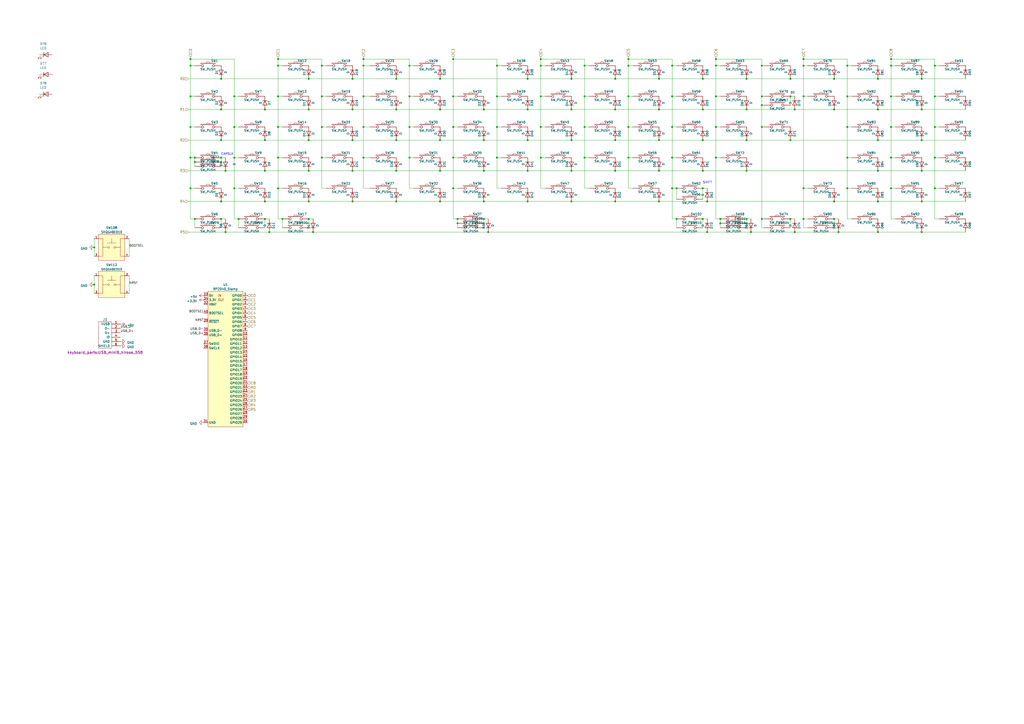
<source format=kicad_sch>
(kicad_sch (version 20230121) (generator eeschema)
  (paper "A2")
  (junction (at 458.47 81.28))
  (junction (at 229.87 116.84))
  (junction (at 534.67 116.84))
  (junction (at 110.49 55.88))
  (junction (at 179.07 45.72))
  (junction (at 542.29 109.22))
  (junction (at 313.69 91.44))
  (junction (at 161.29 38.1))
  (junction (at 153.67 99.06))
  (junction (at 265.43 129.54))
  (junction (at 283.21 134.62))
  (junction (at 483.87 45.72))
  (junction (at 417.83 129.54))
  (junction (at 392.43 109.22))
  (junction (at 280.67 129.54))
  (junction (at 491.49 73.66))
  (junction (at 128.27 91.44))
  (junction (at 110.49 38.1))
  (junction (at 161.29 55.88))
  (junction (at 382.27 116.84))
  (junction (at 415.29 55.88))
  (junction (at 331.47 99.06))
  (junction (at 210.82 73.66))
  (junction (at 128.27 93.98))
  (junction (at 229.87 45.72))
  (junction (at 186.69 38.1))
  (junction (at 128.27 63.5))
  (junction (at 186.69 91.44))
  (junction (at 161.29 91.44))
  (junction (at 458.47 55.88))
  (junction (at 204.47 63.5))
  (junction (at 433.07 63.5))
  (junction (at 110.49 34.29))
  (junction (at 128.27 116.84))
  (junction (at 306.07 63.5))
  (junction (at 483.87 63.5))
  (junction (at 179.07 116.84))
  (junction (at 356.87 45.72))
  (junction (at 407.67 63.5))
  (junction (at 186.69 55.88))
  (junction (at 356.87 81.28))
  (junction (at 204.47 99.06))
  (junction (at 466.09 34.29))
  (junction (at 229.87 81.28))
  (junction (at 483.87 127))
  (junction (at 237.49 73.66))
  (junction (at 410.21 134.62))
  (junction (at 364.49 55.88))
  (junction (at 262.89 109.22))
  (junction (at 542.29 55.88))
  (junction (at 179.07 99.06))
  (junction (at 534.67 99.06))
  (junction (at 542.29 91.44))
  (junction (at 516.89 73.66))
  (junction (at 407.67 81.28))
  (junction (at 204.47 81.28))
  (junction (at 516.89 55.88))
  (junction (at 135.89 73.66))
  (junction (at 509.27 99.06))
  (junction (at 466.09 109.22))
  (junction (at 135.89 91.44))
  (junction (at 153.67 127))
  (junction (at 288.29 55.88))
  (junction (at 364.49 38.1))
  (junction (at 313.69 34.29))
  (junction (at 415.29 73.66))
  (junction (at 237.49 91.44))
  (junction (at 364.49 34.29))
  (junction (at 161.29 73.66))
  (junction (at 435.61 134.62))
  (junction (at 280.67 81.28))
  (junction (at 466.09 55.88))
  (junction (at 415.29 91.44))
  (junction (at 441.96 127))
  (junction (at 392.43 127))
  (junction (at 466.09 38.1))
  (junction (at 339.09 73.66))
  (junction (at 280.67 116.84))
  (junction (at 161.29 109.22))
  (junction (at 509.27 45.72))
  (junction (at 364.49 73.66))
  (junction (at 458.47 45.72))
  (junction (at 210.82 91.44))
  (junction (at 210.82 38.1))
  (junction (at 466.09 127))
  (junction (at 288.29 38.1))
  (junction (at 210.82 34.29))
  (junction (at 156.21 134.62))
  (junction (at 542.29 73.66))
  (junction (at 382.27 45.72))
  (junction (at 113.03 127))
  (junction (at 262.89 73.66))
  (junction (at 262.89 91.44))
  (junction (at 441.96 60.96))
  (junction (at 458.47 127))
  (junction (at 441.96 55.88))
  (junction (at 313.69 38.1))
  (junction (at 255.27 99.06))
  (junction (at 262.89 34.29))
  (junction (at 186.69 73.66))
  (junction (at 417.83 127))
  (junction (at 491.49 55.88))
  (junction (at 389.89 38.1))
  (junction (at 534.67 45.72))
  (junction (at 331.47 45.72))
  (junction (at 382.27 99.06))
  (junction (at 210.82 55.88))
  (junction (at 339.09 38.1))
  (junction (at 516.89 34.29))
  (junction (at 534.67 134.62))
  (junction (at 135.89 55.88))
  (junction (at 128.27 127))
  (junction (at 255.27 116.84))
  (junction (at 288.29 91.44))
  (junction (at 461.01 63.5))
  (junction (at 113.03 93.98))
  (junction (at 331.47 63.5))
  (junction (at 237.49 38.1))
  (junction (at 280.67 99.06))
  (junction (at 433.07 129.54))
  (junction (at 280.67 63.5))
  (junction (at 128.27 81.28))
  (junction (at 364.49 91.44))
  (junction (at 130.81 99.06))
  (junction (at 331.47 116.84))
  (junction (at 110.49 73.66))
  (junction (at 542.29 38.1))
  (junction (at 509.27 63.5))
  (junction (at 415.29 34.29))
  (junction (at 153.67 63.5))
  (junction (at 54.61 143.51))
  (junction (at 441.96 73.66))
  (junction (at 407.67 99.06))
  (junction (at 356.87 99.06))
  (junction (at 110.49 91.44))
  (junction (at 415.29 38.1))
  (junction (at 516.89 91.44))
  (junction (at 339.09 55.88))
  (junction (at 306.07 81.28))
  (junction (at 181.61 134.62))
  (junction (at 204.47 45.72))
  (junction (at 179.07 63.5))
  (junction (at 138.43 127))
  (junction (at 389.89 55.88))
  (junction (at 179.07 81.28))
  (junction (at 483.87 116.84))
  (junction (at 306.07 116.84))
  (junction (at 516.89 109.22))
  (junction (at 509.27 81.28))
  (junction (at 382.27 63.5))
  (junction (at 135.89 109.22))
  (junction (at 389.89 109.22))
  (junction (at 491.49 109.22))
  (junction (at 516.89 38.1))
  (junction (at 461.01 134.62))
  (junction (at 433.07 99.06))
  (junction (at 407.67 45.72))
  (junction (at 237.49 55.88))
  (junction (at 433.07 81.28))
  (junction (at 407.67 109.22))
  (junction (at 288.29 73.66))
  (junction (at 331.47 81.28))
  (junction (at 313.69 55.88))
  (junction (at 306.07 99.06))
  (junction (at 441.96 38.1))
  (junction (at 356.87 116.84))
  (junction (at 179.07 127))
  (junction (at 382.27 81.28))
  (junction (at 306.07 45.72))
  (junction (at 534.67 63.5))
  (junction (at 255.27 45.72))
  (junction (at 153.67 81.28))
  (junction (at 534.67 81.28))
  (junction (at 161.29 34.29))
  (junction (at 339.09 91.44))
  (junction (at 110.49 109.22))
  (junction (at 491.49 38.1))
  (junction (at 410.21 116.84))
  (junction (at 255.27 63.5))
  (junction (at 389.89 91.44))
  (junction (at 113.03 91.44))
  (junction (at 509.27 116.84))
  (junction (at 130.81 134.62))
  (junction (at 486.41 134.62))
  (junction (at 153.67 116.84))
  (junction (at 128.27 45.72))
  (junction (at 229.87 99.06))
  (junction (at 54.61 165.1))
  (junction (at 255.27 81.28))
  (junction (at 356.87 63.5))
  (junction (at 509.27 134.62))
  (junction (at 229.87 63.5))
  (junction (at 389.89 73.66))
  (junction (at 280.67 127))
  (junction (at 433.07 45.72))
  (junction (at 433.07 127))
  (junction (at 262.89 55.88))
  (junction (at 491.49 91.44))
  (junction (at 163.83 127))
  (junction (at 407.67 127))
  (junction (at 313.69 73.66))
  (junction (at 265.43 127))
  (junction (at 204.47 116.84))
  (wire (pts (xy 466.09 127) (xy 468.63 127)))
  (wire (pts (xy 486.41 134.62) (xy 509.27 134.62)))
  (wire (pts (xy 161.29 91.44) (xy 161.29 109.22)))
  (wire (pts (xy 135.89 34.29) (xy 110.49 34.29)))
  (wire (pts (xy 313.69 38.1) (xy 313.69 55.88)))
  (wire (pts (xy 389.89 73.66) (xy 392.43 73.66)))
  (wire (pts (xy 516.89 73.66) (xy 519.43 73.66)))
  (wire (pts (xy 237.49 34.29) (xy 237.49 38.1)))
  (wire (pts (xy 128.27 45.72) (xy 179.07 45.72)))
  (wire (pts (xy 280.67 116.84) (xy 306.07 116.84)))
  (wire (pts (xy 364.49 91.44) (xy 364.49 109.22)))
  (wire (pts (xy 392.43 127) (xy 392.43 132.08)))
  (wire (pts (xy 186.69 55.88) (xy 186.69 73.66)))
  (wire (pts (xy 542.29 91.44) (xy 542.29 109.22)))
  (wire (pts (xy 110.49 38.1) (xy 113.03 38.1)))
  (wire (pts (xy 313.69 34.29) (xy 339.09 34.29)))
  (wire (pts (xy 458.47 81.28) (xy 509.27 81.28)))
  (wire (pts (xy 113.03 96.52) (xy 113.03 93.98)))
  (wire (pts (xy 186.69 109.22) (xy 189.23 109.22)))
  (wire (pts (xy 237.49 55.88) (xy 240.03 55.88)))
  (wire (pts (xy 389.89 91.44) (xy 389.89 109.22)))
  (wire (pts (xy 210.82 109.22) (xy 214.63 109.22)))
  (wire (pts (xy 407.67 132.08) (xy 407.67 127)))
  (wire (pts (xy 110.49 73.66) (xy 110.49 91.44)))
  (wire (pts (xy 113.03 127) (xy 113.03 132.08)))
  (wire (pts (xy 186.69 38.1) (xy 189.23 38.1)))
  (wire (pts (xy 288.29 55.88) (xy 288.29 73.66)))
  (wire (pts (xy 262.89 34.29) (xy 288.29 34.29)))
  (wire (pts (xy 458.47 55.88) (xy 458.47 60.96)))
  (wire (pts (xy 288.29 38.1) (xy 290.83 38.1)))
  (wire (pts (xy 109.22 116.84) (xy 128.27 116.84)))
  (wire (pts (xy 417.83 129.54) (xy 417.83 132.08)))
  (wire (pts (xy 237.49 73.66) (xy 237.49 91.44)))
  (wire (pts (xy 229.87 45.72) (xy 255.27 45.72)))
  (wire (pts (xy 237.49 38.1) (xy 237.49 55.88)))
  (wire (pts (xy 339.09 91.44) (xy 339.09 109.22)))
  (wire (pts (xy 186.69 91.44) (xy 189.23 91.44)))
  (wire (pts (xy 483.87 45.72) (xy 509.27 45.72)))
  (wire (pts (xy 389.89 38.1) (xy 392.43 38.1)))
  (wire (pts (xy 54.61 143.51) (xy 54.61 148.59)))
  (wire (pts (xy 542.29 91.44) (xy 544.83 91.44)))
  (wire (pts (xy 186.69 73.66) (xy 189.23 73.66)))
  (wire (pts (xy 415.29 91.44) (xy 417.83 91.44)))
  (wire (pts (xy 288.29 109.22) (xy 290.83 109.22)))
  (wire (pts (xy 237.49 55.88) (xy 237.49 73.66)))
  (wire (pts (xy 130.81 134.62) (xy 156.21 134.62)))
  (wire (pts (xy 516.89 34.29) (xy 542.29 34.29)))
  (wire (pts (xy 280.67 127) (xy 283.21 127)))
  (wire (pts (xy 491.49 73.66) (xy 494.03 73.66)))
  (wire (pts (xy 204.47 81.28) (xy 229.87 81.28)))
  (wire (pts (xy 313.69 34.29) (xy 313.69 38.1)))
  (wire (pts (xy 433.07 127) (xy 433.07 129.54)))
  (wire (pts (xy 542.29 55.88) (xy 544.83 55.88)))
  (wire (pts (xy 542.29 73.66) (xy 542.29 91.44)))
  (wire (pts (xy 516.89 33.02) (xy 516.89 34.29)))
  (wire (pts (xy 466.09 132.08) (xy 468.63 132.08)))
  (wire (pts (xy 210.82 73.66) (xy 214.63 73.66)))
  (wire (pts (xy 110.49 34.29) (xy 110.49 38.1)))
  (wire (pts (xy 138.43 127) (xy 138.43 132.08)))
  (wire (pts (xy 516.89 91.44) (xy 516.89 109.22)))
  (wire (pts (xy 466.09 38.1) (xy 468.63 38.1)))
  (wire (pts (xy 339.09 34.29) (xy 339.09 38.1)))
  (wire (pts (xy 109.22 45.72) (xy 128.27 45.72)))
  (wire (pts (xy 458.47 127) (xy 461.01 127)))
  (wire (pts (xy 433.07 127) (xy 435.61 127)))
  (wire (pts (xy 210.82 55.88) (xy 210.82 73.66)))
  (wire (pts (xy 433.07 99.06) (xy 509.27 99.06)))
  (wire (pts (xy 262.89 91.44) (xy 265.43 91.44)))
  (wire (pts (xy 407.67 81.28) (xy 433.07 81.28)))
  (wire (pts (xy 179.07 127) (xy 181.61 127)))
  (wire (pts (xy 339.09 73.66) (xy 341.63 73.66)))
  (wire (pts (xy 415.29 34.29) (xy 415.29 38.1)))
  (wire (pts (xy 364.49 73.66) (xy 367.03 73.66)))
  (wire (pts (xy 237.49 91.44) (xy 237.49 109.22)))
  (wire (pts (xy 128.27 81.28) (xy 153.67 81.28)))
  (wire (pts (xy 534.67 81.28) (xy 560.07 81.28)))
  (wire (pts (xy 458.47 55.88) (xy 461.01 55.88)))
  (wire (pts (xy 356.87 63.5) (xy 382.27 63.5)))
  (wire (pts (xy 110.49 91.44) (xy 113.03 91.44)))
  (wire (pts (xy 237.49 38.1) (xy 240.03 38.1)))
  (wire (pts (xy 364.49 73.66) (xy 364.49 91.44)))
  (wire (pts (xy 210.82 55.88) (xy 214.63 55.88)))
  (wire (pts (xy 313.69 55.88) (xy 313.69 73.66)))
  (wire (pts (xy 364.49 55.88) (xy 367.03 55.88)))
  (wire (pts (xy 237.49 73.66) (xy 240.03 73.66)))
  (wire (pts (xy 410.21 116.84) (xy 483.87 116.84)))
  (wire (pts (xy 534.67 63.5) (xy 560.07 63.5)))
  (wire (pts (xy 161.29 34.29) (xy 186.69 34.29)))
  (wire (pts (xy 110.49 73.66) (xy 113.03 73.66)))
  (wire (pts (xy 313.69 91.44) (xy 316.23 91.44)))
  (wire (pts (xy 313.69 55.88) (xy 316.23 55.88)))
  (wire (pts (xy 110.49 55.88) (xy 113.03 55.88)))
  (wire (pts (xy 262.89 127) (xy 265.43 127)))
  (wire (pts (xy 516.89 34.29) (xy 516.89 38.1)))
  (wire (pts (xy 153.67 127) (xy 153.67 132.08)))
  (wire (pts (xy 210.82 33.02) (xy 210.82 34.29)))
  (wire (pts (xy 441.96 127) (xy 441.96 132.08)))
  (wire (pts (xy 389.89 34.29) (xy 389.89 38.1)))
  (wire (pts (xy 509.27 116.84) (xy 534.67 116.84)))
  (wire (pts (xy 265.43 55.88) (xy 262.89 55.88)))
  (wire (pts (xy 364.49 34.29) (xy 364.49 38.1)))
  (wire (pts (xy 441.96 60.96) (xy 443.23 60.96)))
  (wire (pts (xy 466.09 34.29) (xy 491.49 34.29)))
  (wire (pts (xy 458.47 127) (xy 458.47 132.08)))
  (wire (pts (xy 542.29 109.22) (xy 544.83 109.22)))
  (wire (pts (xy 210.82 91.44) (xy 210.82 109.22)))
  (wire (pts (xy 534.67 116.84) (xy 560.07 116.84)))
  (wire (pts (xy 179.07 127) (xy 179.07 132.08)))
  (wire (pts (xy 491.49 109.22) (xy 491.49 127)))
  (wire (pts (xy 210.82 38.1) (xy 210.82 55.88)))
  (wire (pts (xy 435.61 134.62) (xy 461.01 134.62)))
  (wire (pts (xy 110.49 109.22) (xy 110.49 127)))
  (wire (pts (xy 534.67 134.62) (xy 560.07 134.62)))
  (wire (pts (xy 313.69 109.22) (xy 316.23 109.22)))
  (wire (pts (xy 288.29 73.66) (xy 290.83 73.66)))
  (wire (pts (xy 255.27 116.84) (xy 280.67 116.84)))
  (wire (pts (xy 161.29 55.88) (xy 161.29 73.66)))
  (wire (pts (xy 313.69 73.66) (xy 313.69 91.44)))
  (wire (pts (xy 441.96 38.1) (xy 441.96 55.88)))
  (wire (pts (xy 389.89 127) (xy 392.43 127)))
  (wire (pts (xy 509.27 63.5) (xy 534.67 63.5)))
  (wire (pts (xy 516.89 127) (xy 519.43 127)))
  (wire (pts (xy 128.27 91.44) (xy 128.27 93.98)))
  (wire (pts (xy 516.89 73.66) (xy 516.89 91.44)))
  (wire (pts (xy 389.89 55.88) (xy 392.43 55.88)))
  (wire (pts (xy 410.21 134.62) (xy 435.61 134.62)))
  (wire (pts (xy 161.29 33.02) (xy 161.29 34.29)))
  (wire (pts (xy 491.49 73.66) (xy 491.49 91.44)))
  (wire (pts (xy 288.29 55.88) (xy 290.83 55.88)))
  (wire (pts (xy 516.89 55.88) (xy 516.89 73.66)))
  (wire (pts (xy 389.89 109.22) (xy 389.89 127)))
  (wire (pts (xy 255.27 45.72) (xy 306.07 45.72)))
  (wire (pts (xy 288.29 73.66) (xy 288.29 91.44)))
  (wire (pts (xy 542.29 73.66) (xy 544.83 73.66)))
  (wire (pts (xy 161.29 91.44) (xy 163.83 91.44)))
  (wire (pts (xy 153.67 99.06) (xy 179.07 99.06)))
  (wire (pts (xy 516.89 91.44) (xy 519.43 91.44)))
  (wire (pts (xy 153.67 116.84) (xy 179.07 116.84)))
  (wire (pts (xy 415.29 33.02) (xy 415.29 34.29)))
  (wire (pts (xy 433.07 63.5) (xy 461.01 63.5)))
  (wire (pts (xy 542.29 38.1) (xy 542.29 55.88)))
  (wire (pts (xy 339.09 38.1) (xy 341.63 38.1)))
  (wire (pts (xy 389.89 109.22) (xy 392.43 109.22)))
  (wire (pts (xy 339.09 55.88) (xy 339.09 73.66)))
  (wire (pts (xy 491.49 109.22) (xy 494.03 109.22)))
  (wire (pts (xy 210.82 91.44) (xy 214.63 91.44)))
  (wire (pts (xy 339.09 91.44) (xy 341.63 91.44)))
  (wire (pts (xy 179.07 116.84) (xy 204.47 116.84)))
  (wire (pts (xy 135.89 91.44) (xy 135.89 109.22)))
  (wire (pts (xy 161.29 73.66) (xy 161.29 91.44)))
  (wire (pts (xy 54.61 165.1) (xy 54.61 170.18)))
  (wire (pts (xy 110.49 127) (xy 113.03 127)))
  (wire (pts (xy 161.29 38.1) (xy 163.83 38.1)))
  (wire (pts (xy 491.49 127) (xy 494.03 127)))
  (wire (pts (xy 491.49 55.88) (xy 491.49 73.66)))
  (wire (pts (xy 441.96 73.66) (xy 441.96 127)))
  (wire (pts (xy 280.67 81.28) (xy 306.07 81.28)))
  (wire (pts (xy 135.89 55.88) (xy 135.89 34.29)))
  (wire (pts (xy 313.69 33.02) (xy 313.69 34.29)))
  (wire (pts (xy 283.21 134.62) (xy 410.21 134.62)))
  (wire (pts (xy 483.87 127) (xy 483.87 132.08)))
  (wire (pts (xy 415.29 73.66) (xy 417.83 73.66)))
  (wire (pts (xy 210.82 34.29) (xy 237.49 34.29)))
  (wire (pts (xy 433.07 129.54) (xy 433.07 132.08)))
  (wire (pts (xy 392.43 109.22) (xy 392.43 115.57)))
  (wire (pts (xy 313.69 38.1) (xy 316.23 38.1)))
  (wire (pts (xy 110.49 109.22) (xy 113.03 109.22)))
  (wire (pts (xy 109.22 63.5) (xy 128.27 63.5)))
  (wire (pts (xy 516.89 55.88) (xy 519.43 55.88)))
  (wire (pts (xy 204.47 116.84) (xy 229.87 116.84)))
  (wire (pts (xy 466.09 109.22) (xy 468.63 109.22)))
  (wire (pts (xy 262.89 33.02) (xy 262.89 34.29)))
  (wire (pts (xy 466.09 127) (xy 466.09 132.08)))
  (wire (pts (xy 110.49 38.1) (xy 110.49 55.88)))
  (wire (pts (xy 109.22 99.06) (xy 130.81 99.06)))
  (wire (pts (xy 109.22 134.62) (xy 130.81 134.62)))
  (wire (pts (xy 491.49 91.44) (xy 491.49 109.22)))
  (wire (pts (xy 339.09 109.22) (xy 341.63 109.22)))
  (wire (pts (xy 306.07 99.06) (xy 331.47 99.06)))
  (wire (pts (xy 509.27 81.28) (xy 534.67 81.28)))
  (wire (pts (xy 516.89 38.1) (xy 519.43 38.1)))
  (wire (pts (xy 179.07 81.28) (xy 204.47 81.28)))
  (wire (pts (xy 128.27 127) (xy 130.81 127)))
  (wire (pts (xy 339.09 38.1) (xy 339.09 55.88)))
  (wire (pts (xy 186.69 34.29) (xy 186.69 38.1)))
  (wire (pts (xy 280.67 99.06) (xy 306.07 99.06)))
  (wire (pts (xy 262.89 91.44) (xy 262.89 109.22)))
  (wire (pts (xy 491.49 55.88) (xy 494.03 55.88)))
  (wire (pts (xy 415.29 55.88) (xy 417.83 55.88)))
  (wire (pts (xy 156.21 134.62) (xy 181.61 134.62)))
  (wire (pts (xy 135.89 55.88) (xy 138.43 55.88)))
  (wire (pts (xy 491.49 34.29) (xy 491.49 38.1)))
  (wire (pts (xy 128.27 116.84) (xy 153.67 116.84)))
  (wire (pts (xy 262.89 109.22) (xy 265.43 109.22)))
  (wire (pts (xy 229.87 81.28) (xy 255.27 81.28)))
  (wire (pts (xy 306.07 45.72) (xy 331.47 45.72)))
  (wire (pts (xy 461.01 134.62) (xy 486.41 134.62)))
  (wire (pts (xy 210.82 38.1) (xy 214.63 38.1)))
  (wire (pts (xy 109.22 81.28) (xy 128.27 81.28)))
  (wire (pts (xy 542.29 109.22) (xy 542.29 127)))
  (wire (pts (xy 204.47 99.06) (xy 229.87 99.06)))
  (wire (pts (xy 161.29 55.88) (xy 163.83 55.88)))
  (wire (pts (xy 179.07 99.06) (xy 204.47 99.06)))
  (wire (pts (xy 186.69 55.88) (xy 189.23 55.88)))
  (wire (pts (xy 466.09 38.1) (xy 466.09 55.88)))
  (wire (pts (xy 288.29 91.44) (xy 288.29 109.22)))
  (wire (pts (xy 186.69 91.44) (xy 186.69 109.22)))
  (wire (pts (xy 179.07 63.5) (xy 204.47 63.5)))
  (wire (pts (xy 153.67 81.28) (xy 179.07 81.28)))
  (wire (pts (xy 364.49 34.29) (xy 389.89 34.29)))
  (wire (pts (xy 364.49 109.22) (xy 367.03 109.22)))
  (wire (pts (xy 331.47 81.28) (xy 356.87 81.28)))
  (wire (pts (xy 128.27 127) (xy 128.27 132.08)))
  (wire (pts (xy 288.29 34.29) (xy 288.29 38.1)))
  (wire (pts (xy 407.67 109.22) (xy 407.67 115.57)))
  (wire (pts (xy 491.49 38.1) (xy 491.49 55.88)))
  (wire (pts (xy 331.47 116.84) (xy 356.87 116.84)))
  (wire (pts (xy 210.82 34.29) (xy 210.82 38.1)))
  (wire (pts (xy 364.49 55.88) (xy 364.49 73.66)))
  (wire (pts (xy 382.27 116.84) (xy 410.21 116.84)))
  (wire (pts (xy 364.49 38.1) (xy 367.03 38.1)))
  (wire (pts (xy 262.89 34.29) (xy 262.89 55.88)))
  (wire (pts (xy 110.49 55.88) (xy 110.49 73.66)))
  (wire (pts (xy 483.87 116.84) (xy 509.27 116.84)))
  (wire (pts (xy 161.29 109.22) (xy 163.83 109.22)))
  (wire (pts (xy 382.27 81.28) (xy 407.67 81.28)))
  (wire (pts (xy 135.89 127) (xy 138.43 127)))
  (wire (pts (xy 186.69 38.1) (xy 186.69 55.88)))
  (wire (pts (xy 128.27 93.98) (xy 128.27 96.52)))
  (wire (pts (xy 415.29 38.1) (xy 417.83 38.1)))
  (wire (pts (xy 153.67 127) (xy 156.21 127)))
  (wire (pts (xy 491.49 91.44) (xy 494.03 91.44)))
  (wire (pts (xy 237.49 109.22) (xy 240.03 109.22)))
  (wire (pts (xy 466.09 55.88) (xy 468.63 55.88)))
  (wire (pts (xy 280.67 63.5) (xy 306.07 63.5)))
  (wire (pts (xy 356.87 45.72) (xy 382.27 45.72)))
  (wire (pts (xy 415.29 73.66) (xy 415.29 91.44)))
  (wire (pts (xy 407.67 127) (xy 410.21 127)))
  (wire (pts (xy 262.89 55.88) (xy 262.89 73.66)))
  (wire (pts (xy 461.01 63.5) (xy 483.87 63.5)))
  (wire (pts (xy 306.07 116.84) (xy 331.47 116.84)))
  (wire (pts (xy 441.96 38.1) (xy 443.23 38.1)))
  (wire (pts (xy 204.47 63.5) (xy 229.87 63.5)))
  (wire (pts (xy 128.27 91.44) (xy 130.81 91.44)))
  (wire (pts (xy 441.96 55.88) (xy 441.96 60.96)))
  (wire (pts (xy 466.09 34.29) (xy 466.09 38.1)))
  (wire (pts (xy 483.87 127) (xy 486.41 127)))
  (wire (pts (xy 265.43 127) (xy 265.43 129.54)))
  (wire (pts (xy 161.29 73.66) (xy 163.83 73.66)))
  (wire (pts (xy 161.29 109.22) (xy 161.29 127)))
  (wire (pts (xy 407.67 45.72) (xy 433.07 45.72)))
  (wire (pts (xy 135.89 73.66) (xy 138.43 73.66)))
  (wire (pts (xy 181.61 134.62) (xy 283.21 134.62)))
  (wire (pts (xy 161.29 127) (xy 163.83 127)))
  (wire (pts (xy 382.27 45.72) (xy 407.67 45.72)))
  (wire (pts (xy 135.89 109.22) (xy 138.43 109.22)))
  (wire (pts (xy 542.29 38.1) (xy 544.83 38.1)))
  (wire (pts (xy 433.07 81.28) (xy 458.47 81.28)))
  (wire (pts (xy 110.49 91.44) (xy 110.49 109.22)))
  (wire (pts (xy 331.47 63.5) (xy 356.87 63.5)))
  (wire (pts (xy 407.67 99.06) (xy 433.07 99.06)))
  (wire (pts (xy 262.89 109.22) (xy 262.89 127)))
  (wire (pts (xy 135.89 91.44) (xy 138.43 91.44)))
  (wire (pts (xy 161.29 38.1) (xy 161.29 55.88)))
  (wire (pts (xy 509.27 99.06) (xy 534.67 99.06)))
  (wire (pts (xy 516.89 38.1) (xy 516.89 55.88)))
  (wire (pts (xy 417.83 127) (xy 417.83 129.54)))
  (wire (pts (xy 280.67 129.54) (xy 280.67 132.08)))
  (wire (pts (xy 483.87 63.5) (xy 509.27 63.5)))
  (wire (pts (xy 542.29 34.29) (xy 542.29 38.1)))
  (wire (pts (xy 441.96 55.88) (xy 443.23 55.88)))
  (wire (pts (xy 113.03 93.98) (xy 113.03 91.44)))
  (wire (pts (xy 255.27 99.06) (xy 280.67 99.06)))
  (wire (pts (xy 389.89 38.1) (xy 389.89 55.88)))
  (wire (pts (xy 441.96 60.96) (xy 441.96 73.66)))
  (wire (pts (xy 356.87 81.28) (xy 382.27 81.28)))
  (wire (pts (xy 364.49 33.02) (xy 364.49 34.29)))
  (wire (pts (xy 74.93 138.43) (xy 74.93 148.59)))
  (wire (pts (xy 433.07 45.72) (xy 458.47 45.72)))
  (wire (pts (xy 466.09 109.22) (xy 466.09 127)))
  (wire (pts (xy 491.49 38.1) (xy 494.03 38.1)))
  (wire (pts (xy 128.27 63.5) (xy 153.67 63.5)))
  (wire (pts (xy 339.09 73.66) (xy 339.09 91.44)))
  (wire (pts (xy 255.27 63.5) (xy 280.67 63.5)))
  (wire (pts (xy 542.29 127) (xy 544.83 127)))
  (wire (pts (xy 415.29 127) (xy 417.83 127)))
  (wire (pts (xy 161.29 34.29) (xy 161.29 38.1)))
  (wire (pts (xy 331.47 99.06) (xy 356.87 99.06)))
  (wire (pts (xy 204.47 45.72) (xy 229.87 45.72)))
  (wire (pts (xy 389.89 73.66) (xy 389.89 91.44)))
  (wire (pts (xy 288.29 91.44) (xy 290.83 91.44)))
  (wire (pts (xy 179.07 45.72) (xy 204.47 45.72)))
  (wire (pts (xy 265.43 129.54) (xy 265.43 132.08)))
  (wire (pts (xy 135.89 55.88) (xy 135.89 73.66)))
  (wire (pts (xy 356.87 99.06) (xy 382.27 99.06)))
  (wire (pts (xy 509.27 134.62) (xy 534.67 134.62)))
  (wire (pts (xy 130.81 99.06) (xy 153.67 99.06)))
  (wire (pts (xy 313.69 91.44) (xy 313.69 109.22)))
  (wire (pts (xy 458.47 45.72) (xy 483.87 45.72)))
  (wire (pts (xy 466.09 33.02) (xy 466.09 34.29)))
  (wire (pts (xy 534.67 45.72) (xy 560.07 45.72)))
  (wire (pts (xy 516.89 109.22) (xy 519.43 109.22)))
  (wire (pts (xy 306.07 63.5) (xy 331.47 63.5)))
  (wire (pts (xy 229.87 116.84) (xy 255.27 116.84)))
  (wire (pts (xy 262.89 73.66) (xy 262.89 91.44)))
  (wire (pts (xy 516.89 109.22) (xy 516.89 127)))
  (wire (pts (xy 313.69 73.66) (xy 316.23 73.66)))
  (wire (pts (xy 288.29 38.1) (xy 288.29 55.88)))
  (wire (pts (xy 255.27 81.28) (xy 280.67 81.28)))
  (wire (pts (xy 542.29 55.88) (xy 542.29 73.66)))
  (wire (pts (xy 135.89 73.66) (xy 135.89 91.44)))
  (wire (pts (xy 110.49 33.02) (xy 110.49 34.29)))
  (wire (pts (xy 389.89 91.44) (xy 392.43 91.44)))
  (wire (pts (xy 382.27 99.06) (xy 407.67 99.06)))
  (wire (pts (xy 339.09 55.88) (xy 341.63 55.88)))
  (wire (pts (xy 364.49 91.44) (xy 367.03 91.44)))
  (wire (pts (xy 331.47 45.72) (xy 356.87 45.72)))
  (wire (pts (xy 356.87 116.84) (xy 382.27 116.84)))
  (wire (pts (xy 229.87 99.06) (xy 255.27 99.06)))
  (wire (pts (xy 389.89 55.88) (xy 389.89 73.66)))
  (wire (pts (xy 54.61 138.43) (xy 54.61 143.51)))
  (wire (pts (xy 163.83 127) (xy 163.83 132.08)))
  (wire (pts (xy 153.67 63.5) (xy 179.07 63.5)))
  (wire (pts (xy 415.29 38.1) (xy 415.29 55.88)))
  (wire (pts (xy 441.96 34.29) (xy 441.96 38.1)))
  (wire (pts (xy 415.29 34.29) (xy 441.96 34.29)))
  (wire (pts (xy 382.27 63.5) (xy 407.67 63.5)))
  (wire (pts (xy 237.49 91.44) (xy 240.03 91.44)))
  (wire (pts (xy 441.96 132.08) (xy 443.23 132.08)))
  (wire (pts (xy 415.29 91.44) (xy 415.29 127)))
  (wire (pts (xy 441.96 73.66) (xy 443.23 73.66)))
  (wire (pts (xy 415.29 55.88) (xy 415.29 73.66)))
  (wire (pts (xy 441.96 127) (xy 443.23 127)))
  (wire (pts (xy 466.09 55.88) (xy 466.09 109.22)))
  (wire (pts (xy 210.82 73.66) (xy 210.82 91.44)))
  (wire (pts (xy 262.89 73.66) (xy 265.43 73.66)))
  (wire (pts (xy 509.27 45.72) (xy 534.67 45.72)))
  (wire (pts (xy 135.89 109.22) (xy 135.89 127)))
  (wire (pts (xy 280.67 127) (xy 280.67 129.54)))
  (wire (pts (xy 407.67 63.5) (xy 433.07 63.5)))
  (wire (pts (xy 186.69 73.66) (xy 186.69 91.44)))
  (wire (pts (xy 54.61 160.02) (xy 54.61 165.1)))
  (wire (pts (xy 364.49 38.1) (xy 364.49 55.88)))
  (wire (pts (xy 74.93 160.02) (xy 74.93 170.18)))
  (wire (pts (xy 534.67 99.06) (xy 560.07 99.06)))
  (wire (pts (xy 229.87 63.5) (xy 255.27 63.5)))
  (wire (pts (xy 306.07 81.28) (xy 331.47 81.28)))
  (wire (pts (xy 407.67 109.22) (xy 410.21 109.22)))
  (text "BS" (at 458.47 54.61 0) (effects (font (size 1.27 1.27)) (justify left bottom)))
  (text "SHIFT" (at 407.67 106.68 0) (effects (font (size 1.27 1.27)) (justify left bottom)))
  (text "CAPSLK" (at 128.27 90.17 0) (effects (font (size 1.27 1.27)) (justify left bottom)))
  (label "USB_D+" (at 69.85 193.04 0))
  (label "USB_D+" (at 118.11 194.31 180))
  (label "NRST" (at 118.11 186.69 180))
  (label "USB_D-" (at 69.85 190.5 0))
  (label "BOOTSEL" (at 74.93 143.51 0))
  (label "USB_D-" (at 118.11 191.77 180))
  (label "NRST" (at 74.93 165.1 0))
  (label "BOOTSEL" (at 118.11 181.61 180))
  (hierarchical_label "C0" (shape input) (at 110.49 33.02 90) (effects (font (size 1.524 1.524))))
  (hierarchical_label "R5" (shape input) (at 143.51 237.49 0) (effects (font (size 1.524 1.524))))
  (hierarchical_label "C7" (shape input) (at 466.09 33.02 90) (effects (font (size 1.524 1.524))))
  (hierarchical_label "C0" (shape input) (at 143.51 171.45 0) (effects (font (size 1.524 1.524))))
  (hierarchical_label "C3" (shape input) (at 143.51 179.07 0) (effects (font (size 1.524 1.524))))
  (hierarchical_label "R1" (shape input) (at 143.51 227.33 0) (effects (font (size 1.524 1.524))))
  (hierarchical_label "R0" (shape input) (at 143.51 224.79 0) (effects (font (size 1.524 1.524))))
  (hierarchical_label "C4" (shape input) (at 143.51 181.61 0) (effects (font (size 1.524 1.524))))
  (hierarchical_label "R3" (shape input) (at 143.51 232.41 0) (effects (font (size 1.524 1.524))))
  (hierarchical_label "R4" (shape input) (at 143.51 234.95 0) (effects (font (size 1.524 1.524))))
  (hierarchical_label "R0" (shape input) (at 109.22 45.72 180) (effects (font (size 1.524 1.524))))
  (hierarchical_label "C8" (shape input) (at 516.89 33.02 90) (effects (font (size 1.524 1.524))))
  (hierarchical_label "C8" (shape input) (at 143.51 222.25 0) (effects (font (size 1.524 1.524))))
  (hierarchical_label "C2" (shape input) (at 210.82 33.02 90) (effects (font (size 1.524 1.524))))
  (hierarchical_label "R3" (shape input) (at 109.22 99.06 180) (effects (font (size 1.524 1.524))))
  (hierarchical_label "C1" (shape input) (at 161.29 33.02 90) (effects (font (size 1.524 1.524))))
  (hierarchical_label "C2" (shape input) (at 143.51 176.53 0) (effects (font (size 1.524 1.524))))
  (hierarchical_label "R5" (shape input) (at 109.22 134.62 180) (effects (font (size 1.524 1.524))))
  (hierarchical_label "R2" (shape input) (at 143.51 229.87 0) (effects (font (size 1.524 1.524))))
  (hierarchical_label "C6" (shape input) (at 143.51 186.69 0) (effects (font (size 1.524 1.524))))
  (hierarchical_label "C5" (shape input) (at 143.51 184.15 0) (effects (font (size 1.524 1.524))))
  (hierarchical_label "R2" (shape input) (at 109.22 81.28 180) (effects (font (size 1.524 1.524))))
  (hierarchical_label "C1" (shape input) (at 143.51 173.99 0) (effects (font (size 1.524 1.524))))
  (hierarchical_label "R4" (shape input) (at 109.22 116.84 180) (effects (font (size 1.524 1.524))))
  (hierarchical_label "R1" (shape input) (at 109.22 63.5 180) (effects (font (size 1.524 1.524))))
  (hierarchical_label "C6" (shape input) (at 415.29 33.02 90) (effects (font (size 1.524 1.524))))
  (hierarchical_label "C4" (shape input) (at 313.69 33.02 90) (effects (font (size 1.524 1.524))))
  (hierarchical_label "C5" (shape input) (at 364.49 33.02 90) (effects (font (size 1.524 1.524))))
  (hierarchical_label "C7" (shape input) (at 143.51 189.23 0) (effects (font (size 1.524 1.524))))
  (hierarchical_label "C3" (shape input) (at 262.89 33.02 90) (effects (font (size 1.524 1.524))))
  (symbol (lib_id "keyboard_parts:SW_PUSH") (at 120.65 38.1 0) (unit 1)
    (property "Reference" "SW1" (at 124.46 35.306 0))
    (property "Value" "SW_PUSH" (at 120.65 40.132 0))
    (property "Footprint" "keyboard_parts:ALPS_PLATE" (effects hide))
  )
  (symbol (lib_id "keyboard_parts:SW_PUSH") (at 120.65 55.88 0) (unit 1)
    (property "Reference" "SW2" (at 124.46 53.086 0))
    (property "Value" "SW_PUSH" (at 120.65 57.912 0))
    (property "Footprint" "keyboard_parts:ALPS_PLATE" (effects hide))
  )
  (symbol (lib_id "Diode:1N4148") (at 128.27 41.91 90) (unit 1)
    (property "Reference" "D1" (at 125.73 41.91 0))
    (property "Value" "D" (at 130.81 41.91 0))
    (property "Footprint" "Diodes_ThroughHole:D_DO-35_SOD27_P7.62mm_Horizontal" (effects hide))
  )
  (symbol (lib_id "Diode:1N4148") (at 128.27 59.69 90) (unit 1)
    (property "Reference" "D2" (at 125.73 59.69 0))
    (property "Value" "D" (at 130.81 59.69 0))
    (property "Footprint" "Diodes_ThroughHole:D_DO-35_SOD27_P7.62mm_Horizontal" (effects hide))
  )
  (symbol (lib_id "keyboard_parts:SW_PUSH") (at 120.65 73.66 0) (unit 1)
    (property "Reference" "SW3" (at 124.46 70.866 0))
    (property "Value" "SW_PUSH" (at 120.65 75.692 0))
    (property "Footprint" "keyboard_parts:ALPS_PLATE" (effects hide))
  )
  (symbol (lib_id "keyboard_parts:SW_PUSH") (at 120.65 91.44 0) (unit 1)
    (property "Reference" "SW4" (at 124.46 88.646 0))
    (property "Value" "SW_PUSH" (at 120.65 93.472 0))
    (property "Footprint" "keyboard_parts:ALPS_PLATE" (effects hide))
  )
  (symbol (lib_id "Diode:1N4148") (at 128.27 77.47 90) (unit 1)
    (property "Reference" "D3" (at 125.73 77.47 0))
    (property "Value" "D" (at 130.81 77.47 0))
    (property "Footprint" "Diodes_ThroughHole:D_DO-35_SOD27_P7.62mm_Horizontal" (effects hide))
  )
  (symbol (lib_id "Diode:1N4148") (at 130.81 95.25 90) (unit 1)
    (property "Reference" "D4" (at 128.27 95.25 0))
    (property "Value" "D" (at 135.89 95.25 0))
    (property "Footprint" "Diodes_ThroughHole:D_DO-35_SOD27_P7.62mm_Horizontal" (effects hide))
  )
  (symbol (lib_id "keyboard_parts:SW_PUSH") (at 120.65 109.22 0) (unit 1)
    (property "Reference" "SW5" (at 124.46 106.426 0))
    (property "Value" "SW_PUSH" (at 120.65 111.252 0))
    (property "Footprint" "keyboard_parts:ALPS_PLATE" (effects hide))
  )
  (symbol (lib_id "keyboard_parts:SW_PUSH") (at 120.65 127 0) (unit 1)
    (property "Reference" "SW6" (at 124.46 124.206 0))
    (property "Value" "SW_PUSH" (at 120.65 129.032 0))
    (property "Footprint" "keyboard_parts:ALPS_PLATE" (effects hide))
  )
  (symbol (lib_id "Diode:1N4148") (at 128.27 113.03 90) (unit 1)
    (property "Reference" "D5" (at 125.73 113.03 0))
    (property "Value" "D" (at 130.81 113.03 0))
    (property "Footprint" "Diodes_ThroughHole:D_DO-35_SOD27_P7.62mm_Horizontal" (effects hide))
  )
  (symbol (lib_id "Diode:1N4148") (at 130.81 130.81 90) (unit 1)
    (property "Reference" "D6" (at 128.27 130.81 0))
    (property "Value" "D" (at 133.35 130.81 0))
    (property "Footprint" "Diodes_ThroughHole:D_DO-35_SOD27_P7.62mm_Horizontal" (effects hide))
  )
  (symbol (lib_id "keyboard_parts:SW_PUSH") (at 146.05 55.88 0) (unit 1)
    (property "Reference" "SW7" (at 149.86 53.086 0))
    (property "Value" "SW_PUSH" (at 146.05 57.912 0))
    (property "Footprint" "keyboard_parts:ALPS_PLATE" (effects hide))
  )
  (symbol (lib_id "Diode:1N4148") (at 153.67 59.69 270) (unit 1)
    (property "Reference" "D7" (at 156.21 59.69 0))
    (property "Value" "D" (at 151.13 59.69 0))
    (property "Footprint" "Diodes_ThroughHole:D_DO-35_SOD27_P7.62mm_Horizontal" (effects hide))
  )
  (symbol (lib_id "keyboard_parts:SW_PUSH") (at 146.05 73.66 0) (unit 1)
    (property "Reference" "SW8" (at 149.86 70.866 0))
    (property "Value" "SW_PUSH" (at 146.05 75.692 0))
    (property "Footprint" "keyboard_parts:ALPS_PLATE" (effects hide))
  )
  (symbol (lib_id "keyboard_parts:SW_PUSH") (at 146.05 91.44 0) (unit 1)
    (property "Reference" "SW9" (at 149.86 88.646 0))
    (property "Value" "SW_PUSH" (at 146.05 93.472 0))
    (property "Footprint" "keyboard_parts:ALPS_PLATE" (effects hide))
  )
  (symbol (lib_id "Diode:1N4148") (at 153.67 77.47 270) (unit 1)
    (property "Reference" "D8" (at 156.21 77.47 0))
    (property "Value" "D" (at 151.13 77.47 0))
    (property "Footprint" "Diodes_ThroughHole:D_DO-35_SOD27_P7.62mm_Horizontal" (effects hide))
  )
  (symbol (lib_id "Diode:1N4148") (at 153.67 95.25 270) (unit 1)
    (property "Reference" "D9" (at 156.21 95.25 0))
    (property "Value" "D" (at 151.13 95.25 0))
    (property "Footprint" "Diodes_ThroughHole:D_DO-35_SOD27_P7.62mm_Horizontal" (effects hide))
  )
  (symbol (lib_id "keyboard_parts:SW_PUSH") (at 146.05 109.22 0) (unit 1)
    (property "Reference" "SW10" (at 149.86 106.426 0))
    (property "Value" "SW_PUSH" (at 146.05 111.252 0))
    (property "Footprint" "keyboard_parts:ALPS_PLATE" (effects hide))
  )
  (symbol (lib_id "keyboard_parts:SW_PUSH") (at 146.05 127 0) (unit 1)
    (property "Reference" "SW11" (at 149.86 124.206 0))
    (property "Value" "SW_PUSH" (at 146.05 129.032 0))
    (property "Footprint" "keyboard_parts:ALPS_PLATE" (effects hide))
  )
  (symbol (lib_id "Diode:1N4148") (at 153.67 113.03 270) (unit 1)
    (property "Reference" "D10" (at 156.21 113.03 0))
    (property "Value" "D" (at 151.13 113.03 0))
    (property "Footprint" "Diodes_ThroughHole:D_DO-35_SOD27_P7.62mm_Horizontal" (effects hide))
  )
  (symbol (lib_id "Diode:1N4148") (at 156.21 130.81 270) (unit 1)
    (property "Reference" "D11" (at 158.75 130.81 0))
    (property "Value" "D" (at 153.67 130.81 0))
    (property "Footprint" "Diodes_ThroughHole:D_DO-35_SOD27_P7.62mm_Horizontal" (effects hide))
  )
  (symbol (lib_id "keyboard_parts:SW_PUSH") (at 171.45 38.1 0) (unit 1)
    (property "Reference" "SW12" (at 175.26 35.306 0))
    (property "Value" "SW_PUSH" (at 171.45 40.132 0))
    (property "Footprint" "keyboard_parts:ALPS_PLATE" (effects hide))
  )
  (symbol (lib_id "keyboard_parts:SW_PUSH") (at 171.45 55.88 0) (unit 1)
    (property "Reference" "SW13" (at 175.26 53.086 0))
    (property "Value" "SW_PUSH" (at 171.45 57.912 0))
    (property "Footprint" "keyboard_parts:ALPS_PLATE" (effects hide))
  )
  (symbol (lib_id "Diode:1N4148") (at 179.07 41.91 90) (unit 1)
    (property "Reference" "D12" (at 176.53 41.91 0))
    (property "Value" "D" (at 181.61 41.91 0))
    (property "Footprint" "Diodes_ThroughHole:D_DO-35_SOD27_P7.62mm_Horizontal" (effects hide))
  )
  (symbol (lib_id "Diode:1N4148") (at 179.07 59.69 90) (unit 1)
    (property "Reference" "D13" (at 176.53 59.69 0))
    (property "Value" "D" (at 181.61 59.69 0))
    (property "Footprint" "Diodes_ThroughHole:D_DO-35_SOD27_P7.62mm_Horizontal" (effects hide))
  )
  (symbol (lib_id "keyboard_parts:SW_PUSH") (at 171.45 73.66 0) (unit 1)
    (property "Reference" "SW14" (at 175.26 70.866 0))
    (property "Value" "SW_PUSH" (at 171.45 75.692 0))
    (property "Footprint" "keyboard_parts:ALPS_PLATE" (effects hide))
  )
  (symbol (lib_id "keyboard_parts:SW_PUSH") (at 171.45 91.44 0) (unit 1)
    (property "Reference" "SW15" (at 175.26 88.646 0))
    (property "Value" "SW_PUSH" (at 171.45 93.472 0))
    (property "Footprint" "keyboard_parts:ALPS_PLATE" (effects hide))
  )
  (symbol (lib_id "Diode:1N4148") (at 179.07 77.47 90) (unit 1)
    (property "Reference" "D14" (at 176.53 77.47 0))
    (property "Value" "D" (at 181.61 77.47 0))
    (property "Footprint" "Diodes_ThroughHole:D_DO-35_SOD27_P7.62mm_Horizontal" (effects hide))
  )
  (symbol (lib_id "Diode:1N4148") (at 179.07 95.25 90) (unit 1)
    (property "Reference" "D15" (at 176.53 95.25 0))
    (property "Value" "D" (at 181.61 95.25 0))
    (property "Footprint" "Diodes_ThroughHole:D_DO-35_SOD27_P7.62mm_Horizontal" (effects hide))
  )
  (symbol (lib_id "keyboard_parts:SW_PUSH") (at 171.45 109.22 0) (unit 1)
    (property "Reference" "SW16" (at 175.26 106.426 0))
    (property "Value" "SW_PUSH" (at 171.45 111.252 0))
    (property "Footprint" "keyboard_parts:ALPS_PLATE" (effects hide))
  )
  (symbol (lib_id "Diode:1N4148") (at 179.07 113.03 90) (unit 1)
    (property "Reference" "D16" (at 176.53 113.03 0))
    (property "Value" "D" (at 181.61 113.03 0))
    (property "Footprint" "Diodes_ThroughHole:D_DO-35_SOD27_P7.62mm_Horizontal" (effects hide))
  )
  (symbol (lib_id "keyboard_parts:SW_PUSH") (at 196.85 38.1 0) (unit 1)
    (property "Reference" "SW18" (at 200.66 35.306 0))
    (property "Value" "SW_PUSH" (at 196.85 40.132 0))
    (property "Footprint" "keyboard_parts:ALPS_PLATE" (effects hide))
  )
  (symbol (lib_id "keyboard_parts:SW_PUSH") (at 196.85 55.88 0) (unit 1)
    (property "Reference" "SW19" (at 200.66 53.086 0))
    (property "Value" "SW_PUSH" (at 196.85 57.912 0))
    (property "Footprint" "keyboard_parts:ALPS_PLATE" (effects hide))
  )
  (symbol (lib_id "Diode:1N4148") (at 204.47 41.91 270) (unit 1)
    (property "Reference" "D18" (at 207.01 41.91 0))
    (property "Value" "D" (at 201.93 41.91 0))
    (property "Footprint" "Diodes_ThroughHole:D_DO-35_SOD27_P7.62mm_Horizontal" (effects hide))
  )
  (symbol (lib_id "Diode:1N4148") (at 204.47 59.69 270) (unit 1)
    (property "Reference" "D19" (at 207.01 59.69 0))
    (property "Value" "D" (at 201.93 59.69 0))
    (property "Footprint" "Diodes_ThroughHole:D_DO-35_SOD27_P7.62mm_Horizontal" (effects hide))
  )
  (symbol (lib_id "keyboard_parts:SW_PUSH") (at 196.85 73.66 0) (unit 1)
    (property "Reference" "SW20" (at 200.66 70.866 0))
    (property "Value" "SW_PUSH" (at 196.85 75.692 0))
    (property "Footprint" "keyboard_parts:ALPS_PLATE" (effects hide))
  )
  (symbol (lib_id "keyboard_parts:SW_PUSH") (at 196.85 91.44 0) (unit 1)
    (property "Reference" "SW21" (at 200.66 88.646 0))
    (property "Value" "SW_PUSH" (at 196.85 93.472 0))
    (property "Footprint" "keyboard_parts:ALPS_PLATE" (effects hide))
  )
  (symbol (lib_id "Diode:1N4148") (at 204.47 77.47 270) (unit 1)
    (property "Reference" "D20" (at 207.01 77.47 0))
    (property "Value" "D" (at 201.93 77.47 0))
    (property "Footprint" "Diodes_ThroughHole:D_DO-35_SOD27_P7.62mm_Horizontal" (effects hide))
  )
  (symbol (lib_id "Diode:1N4148") (at 204.47 95.25 270) (unit 1)
    (property "Reference" "D21" (at 207.01 95.25 0))
    (property "Value" "D" (at 201.93 95.25 0))
    (property "Footprint" "Diodes_ThroughHole:D_DO-35_SOD27_P7.62mm_Horizontal" (effects hide))
  )
  (symbol (lib_id "keyboard_parts:SW_PUSH") (at 196.85 109.22 0) (unit 1)
    (property "Reference" "SW22" (at 200.66 106.426 0))
    (property "Value" "SW_PUSH" (at 196.85 111.252 0))
    (property "Footprint" "keyboard_parts:ALPS_PLATE" (effects hide))
  )
  (symbol (lib_id "Diode:1N4148") (at 204.47 113.03 270) (unit 1)
    (property "Reference" "D22" (at 207.01 113.03 0))
    (property "Value" "D" (at 201.93 113.03 0))
    (property "Footprint" "Diodes_ThroughHole:D_DO-35_SOD27_P7.62mm_Horizontal" (effects hide))
  )
  (symbol (lib_id "keyboard_parts:SW_PUSH") (at 400.05 115.57 0) (unit 1)
    (property "Reference" "SW66" (at 403.86 112.776 0))
    (property "Value" "SW_PUSH" (at 400.05 117.602 0))
    (property "Footprint" "keyboard_parts:ALPS_PLATE" (effects hide))
  )
  (symbol (lib_id "keyboard_parts:SW_PUSH") (at 222.25 38.1 0) (unit 1)
    (property "Reference" "SW23" (at 226.06 35.306 0))
    (property "Value" "SW_PUSH" (at 222.25 40.132 0))
    (property "Footprint" "keyboard_parts:ALPS_PLATE" (effects hide))
  )
  (symbol (lib_id "keyboard_parts:SW_PUSH") (at 222.25 55.88 0) (unit 1)
    (property "Reference" "SW24" (at 226.06 53.086 0))
    (property "Value" "SW_PUSH" (at 222.25 57.912 0))
    (property "Footprint" "keyboard_parts:ALPS_PLATE" (effects hide))
  )
  (symbol (lib_id "Diode:1N4148") (at 229.87 41.91 90) (unit 1)
    (property "Reference" "D23" (at 227.33 41.91 0))
    (property "Value" "D" (at 232.41 41.91 0))
    (property "Footprint" "Diodes_ThroughHole:D_DO-35_SOD27_P7.62mm_Horizontal" (effects hide))
  )
  (symbol (lib_id "Diode:1N4148") (at 229.87 59.69 90) (unit 1)
    (property "Reference" "D24" (at 227.33 59.69 0))
    (property "Value" "D" (at 232.41 59.69 0))
    (property "Footprint" "Diodes_ThroughHole:D_DO-35_SOD27_P7.62mm_Horizontal" (effects hide))
  )
  (symbol (lib_id "keyboard_parts:SW_PUSH") (at 222.25 73.66 0) (unit 1)
    (property "Reference" "SW25" (at 226.06 70.866 0))
    (property "Value" "SW_PUSH" (at 222.25 75.692 0))
    (property "Footprint" "keyboard_parts:ALPS_PLATE" (effects hide))
  )
  (symbol (lib_id "keyboard_parts:SW_PUSH") (at 222.25 91.44 0) (unit 1)
    (property "Reference" "SW26" (at 226.06 88.646 0))
    (property "Value" "SW_PUSH" (at 222.25 93.472 0))
    (property "Footprint" "keyboard_parts:ALPS_PLATE" (effects hide))
  )
  (symbol (lib_id "Diode:1N4148") (at 229.87 77.47 90) (unit 1)
    (property "Reference" "D25" (at 227.33 77.47 0))
    (property "Value" "D" (at 232.41 77.47 0))
    (property "Footprint" "Diodes_ThroughHole:D_DO-35_SOD27_P7.62mm_Horizontal" (effects hide))
  )
  (symbol (lib_id "Diode:1N4148") (at 229.87 95.25 90) (unit 1)
    (property "Reference" "D26" (at 227.33 95.25 0))
    (property "Value" "D" (at 232.41 95.25 0))
    (property "Footprint" "Diodes_ThroughHole:D_DO-35_SOD27_P7.62mm_Horizontal" (effects hide))
  )
  (symbol (lib_id "keyboard_parts:SW_PUSH") (at 222.25 109.22 0) (unit 1)
    (property "Reference" "SW27" (at 226.06 106.426 0))
    (property "Value" "SW_PUSH" (at 222.25 111.252 0))
    (property "Footprint" "keyboard_parts:ALPS_PLATE" (effects hide))
  )
  (symbol (lib_id "Diode:1N4148") (at 229.87 113.03 90) (unit 1)
    (property "Reference" "D27" (at 227.33 113.03 0))
    (property "Value" "D" (at 232.41 113.03 0))
    (property "Footprint" "Diodes_ThroughHole:D_DO-35_SOD27_P7.62mm_Horizontal" (effects hide))
  )
  (symbol (lib_id "keyboard_parts:SW_PUSH") (at 247.65 38.1 0) (unit 1)
    (property "Reference" "SW28" (at 251.46 35.306 0))
    (property "Value" "SW_PUSH" (at 247.65 40.132 0))
    (property "Footprint" "keyboard_parts:ALPS_PLATE" (effects hide))
  )
  (symbol (lib_id "keyboard_parts:SW_PUSH") (at 247.65 55.88 0) (unit 1)
    (property "Reference" "SW29" (at 251.46 53.086 0))
    (property "Value" "SW_PUSH" (at 247.65 57.912 0))
    (property "Footprint" "keyboard_parts:ALPS_PLATE" (effects hide))
  )
  (symbol (lib_id "Diode:1N4148") (at 255.27 41.91 270) (unit 1)
    (property "Reference" "D28" (at 257.81 41.91 0))
    (property "Value" "D" (at 252.73 41.91 0))
    (property "Footprint" "Diodes_ThroughHole:D_DO-35_SOD27_P7.62mm_Horizontal" (effects hide))
  )
  (symbol (lib_id "Diode:1N4148") (at 255.27 59.69 270) (unit 1)
    (property "Reference" "D29" (at 257.81 59.69 0))
    (property "Value" "D" (at 252.73 59.69 0))
    (property "Footprint" "Diodes_ThroughHole:D_DO-35_SOD27_P7.62mm_Horizontal" (effects hide))
  )
  (symbol (lib_id "keyboard_parts:SW_PUSH") (at 247.65 73.66 0) (unit 1)
    (property "Reference" "SW30" (at 251.46 70.866 0))
    (property "Value" "SW_PUSH" (at 247.65 75.692 0))
    (property "Footprint" "keyboard_parts:ALPS_PLATE" (effects hide))
  )
  (symbol (lib_id "keyboard_parts:SW_PUSH") (at 247.65 91.44 0) (unit 1)
    (property "Reference" "SW31" (at 251.46 88.646 0))
    (property "Value" "SW_PUSH" (at 247.65 93.472 0))
    (property "Footprint" "keyboard_parts:ALPS_PLATE" (effects hide))
  )
  (symbol (lib_id "Diode:1N4148") (at 255.27 77.47 270) (unit 1)
    (property "Reference" "D30" (at 257.81 77.47 0))
    (property "Value" "D" (at 252.73 77.47 0))
    (property "Footprint" "Diodes_ThroughHole:D_DO-35_SOD27_P7.62mm_Horizontal" (effects hide))
  )
  (symbol (lib_id "Diode:1N4148") (at 255.27 95.25 270) (unit 1)
    (property "Reference" "D31" (at 257.81 95.25 0))
    (property "Value" "D" (at 252.73 95.25 0))
    (property "Footprint" "Diodes_ThroughHole:D_DO-35_SOD27_P7.62mm_Horizontal" (effects hide))
  )
  (symbol (lib_id "keyboard_parts:SW_PUSH") (at 247.65 109.22 0) (unit 1)
    (property "Reference" "SW32" (at 251.46 106.426 0))
    (property "Value" "SW_PUSH" (at 247.65 111.252 0))
    (property "Footprint" "keyboard_parts:ALPS_PLATE" (effects hide))
  )
  (symbol (lib_id "Diode:1N4148") (at 255.27 113.03 270) (unit 1)
    (property "Reference" "D32" (at 257.81 113.03 0))
    (property "Value" "D" (at 252.73 113.03 0))
    (property "Footprint" "Diodes_ThroughHole:D_DO-35_SOD27_P7.62mm_Horizontal" (effects hide))
  )
  (symbol (lib_id "keyboard_parts:SW_PUSH") (at 273.05 55.88 0) (unit 1)
    (property "Reference" "SW33" (at 276.86 53.086 0))
    (property "Value" "SW_PUSH" (at 273.05 57.912 0))
    (property "Footprint" "keyboard_parts:ALPS_PLATE" (effects hide))
  )
  (symbol (lib_id "Diode:1N4148") (at 280.67 59.69 90) (unit 1)
    (property "Reference" "D33" (at 278.13 59.69 0))
    (property "Value" "D" (at 283.21 59.69 0))
    (property "Footprint" "Diodes_ThroughHole:D_DO-35_SOD27_P7.62mm_Horizontal" (effects hide))
  )
  (symbol (lib_id "keyboard_parts:SW_PUSH") (at 273.05 73.66 0) (unit 1)
    (property "Reference" "SW34" (at 276.86 70.866 0))
    (property "Value" "SW_PUSH" (at 273.05 75.692 0))
    (property "Footprint" "keyboard_parts:ALPS_PLATE" (effects hide))
  )
  (symbol (lib_id "keyboard_parts:SW_PUSH") (at 273.05 91.44 0) (unit 1)
    (property "Reference" "SW35" (at 276.86 88.646 0))
    (property "Value" "SW_PUSH" (at 273.05 93.472 0))
    (property "Footprint" "keyboard_parts:ALPS_PLATE" (effects hide))
  )
  (symbol (lib_id "Diode:1N4148") (at 280.67 77.47 90) (unit 1)
    (property "Reference" "D34" (at 278.13 77.47 0))
    (property "Value" "D" (at 283.21 77.47 0))
    (property "Footprint" "Diodes_ThroughHole:D_DO-35_SOD27_P7.62mm_Horizontal" (effects hide))
  )
  (symbol (lib_id "Diode:1N4148") (at 280.67 95.25 90) (unit 1)
    (property "Reference" "D35" (at 278.13 95.25 0))
    (property "Value" "D" (at 283.21 95.25 0))
    (property "Footprint" "Diodes_ThroughHole:D_DO-35_SOD27_P7.62mm_Horizontal" (effects hide))
  )
  (symbol (lib_id "keyboard_parts:SW_PUSH") (at 273.05 109.22 0) (unit 1)
    (property "Reference" "SW36" (at 276.86 106.426 0))
    (property "Value" "SW_PUSH" (at 273.05 111.252 0))
    (property "Footprint" "keyboard_parts:ALPS_PLATE" (effects hide))
  )
  (symbol (lib_id "keyboard_parts:SW_PUSH") (at 273.05 127 0) (unit 1)
    (property "Reference" "SW37" (at 276.86 124.206 0))
    (property "Value" "SW_PUSH" (at 273.05 129.032 0))
    (property "Footprint" "keyboard_parts:ALPS_PLATE" (effects hide))
  )
  (symbol (lib_id "Diode:1N4148") (at 280.67 113.03 90) (unit 1)
    (property "Reference" "D36" (at 278.13 113.03 0))
    (property "Value" "D" (at 283.21 113.03 0))
    (property "Footprint" "Diodes_ThroughHole:D_DO-35_SOD27_P7.62mm_Horizontal" (effects hide))
  )
  (symbol (lib_id "Diode:1N4148") (at 283.21 130.81 90) (unit 1)
    (property "Reference" "D37" (at 280.67 130.81 0))
    (property "Value" "D" (at 285.75 130.81 0))
    (property "Footprint" "Diodes_ThroughHole:D_DO-35_SOD27_P7.62mm_Horizontal" (effects hide))
  )
  (symbol (lib_id "keyboard_parts:SW_PUSH") (at 298.45 38.1 0) (unit 1)
    (property "Reference" "SW38" (at 302.26 35.306 0))
    (property "Value" "SW_PUSH" (at 298.45 40.132 0))
    (property "Footprint" "keyboard_parts:ALPS_PLATE" (effects hide))
  )
  (symbol (lib_id "keyboard_parts:SW_PUSH") (at 298.45 55.88 0) (unit 1)
    (property "Reference" "SW39" (at 302.26 53.086 0))
    (property "Value" "SW_PUSH" (at 298.45 57.912 0))
    (property "Footprint" "keyboard_parts:ALPS_PLATE" (effects hide))
  )
  (symbol (lib_id "Diode:1N4148") (at 306.07 41.91 270) (unit 1)
    (property "Reference" "D38" (at 308.61 41.91 0))
    (property "Value" "D" (at 303.53 41.91 0))
    (property "Footprint" "Diodes_ThroughHole:D_DO-35_SOD27_P7.62mm_Horizontal" (effects hide))
  )
  (symbol (lib_id "Diode:1N4148") (at 306.07 59.69 270) (unit 1)
    (property "Reference" "D39" (at 308.61 59.69 0))
    (property "Value" "D" (at 303.53 59.69 0))
    (property "Footprint" "Diodes_ThroughHole:D_DO-35_SOD27_P7.62mm_Horizontal" (effects hide))
  )
  (symbol (lib_id "keyboard_parts:SW_PUSH") (at 298.45 73.66 0) (unit 1)
    (property "Reference" "SW40" (at 302.26 70.866 0))
    (property "Value" "SW_PUSH" (at 298.45 75.692 0))
    (property "Footprint" "keyboard_parts:ALPS_PLATE" (effects hide))
  )
  (symbol (lib_id "keyboard_parts:SW_PUSH") (at 298.45 91.44 0) (unit 1)
    (property "Reference" "SW41" (at 302.26 88.646 0))
    (property "Value" "SW_PUSH" (at 298.45 93.472 0))
    (property "Footprint" "keyboard_parts:ALPS_PLATE" (effects hide))
  )
  (symbol (lib_id "Diode:1N4148") (at 306.07 77.47 270) (unit 1)
    (property "Reference" "D40" (at 308.61 77.47 0))
    (property "Value" "D" (at 303.53 77.47 0))
    (property "Footprint" "Diodes_ThroughHole:D_DO-35_SOD27_P7.62mm_Horizontal" (effects hide))
  )
  (symbol (lib_id "Diode:1N4148") (at 306.07 95.25 270) (unit 1)
    (property "Reference" "D41" (at 308.61 95.25 0))
    (property "Value" "D" (at 303.53 95.25 0))
    (property "Footprint" "Diodes_ThroughHole:D_DO-35_SOD27_P7.62mm_Horizontal" (effects hide))
  )
  (symbol (lib_id "keyboard_parts:SW_PUSH") (at 298.45 109.22 0) (unit 1)
    (property "Reference" "SW42" (at 302.26 106.426 0))
    (property "Value" "SW_PUSH" (at 298.45 111.252 0))
    (property "Footprint" "keyboard_parts:ALPS_PLATE" (effects hide))
  )
  (symbol (lib_id "Diode:1N4148") (at 306.07 113.03 270) (unit 1)
    (property "Reference" "D42" (at 308.61 113.03 0))
    (property "Value" "D" (at 303.53 113.03 0))
    (property "Footprint" "Diodes_ThroughHole:D_DO-35_SOD27_P7.62mm_Horizontal" (effects hide))
  )
  (symbol (lib_id "keyboard_parts:SW_PUSH") (at 476.25 109.22 0) (unit 1)
    (property "Reference" "SW73" (at 480.06 106.426 0))
    (property "Value" "SW_PUSH" (at 476.25 111.252 0))
    (property "Footprint" "keyboard_parts:ALPS_PLATE" (effects hide))
  )
  (symbol (lib_id "Diode:1N4148") (at 483.87 113.03 90) (unit 1)
    (property "Reference" "D66" (at 481.33 113.03 0))
    (property "Value" "D" (at 486.41 113.03 0))
    (property "Footprint" "Diodes_ThroughHole:D_DO-35_SOD27_P7.62mm_Horizontal" (effects hide))
  )
  (symbol (lib_id "keyboard_parts:SW_PUSH") (at 323.85 38.1 0) (unit 1)
    (property "Reference" "SW43" (at 327.66 35.306 0))
    (property "Value" "SW_PUSH" (at 323.85 40.132 0))
    (property "Footprint" "keyboard_parts:ALPS_PLATE" (effects hide))
  )
  (symbol (lib_id "keyboard_parts:SW_PUSH") (at 323.85 55.88 0) (unit 1)
    (property "Reference" "SW44" (at 327.66 53.086 0))
    (property "Value" "SW_PUSH" (at 323.85 57.912 0))
    (property "Footprint" "keyboard_parts:ALPS_PLATE" (effects hide))
  )
  (symbol (lib_id "Diode:1N4148") (at 331.47 41.91 90) (unit 1)
    (property "Reference" "D43" (at 328.93 41.91 0))
    (property "Value" "D" (at 334.01 41.91 0))
    (property "Footprint" "Diodes_ThroughHole:D_DO-35_SOD27_P7.62mm_Horizontal" (effects hide))
  )
  (symbol (lib_id "Diode:1N4148") (at 331.47 59.69 90) (unit 1)
    (property "Reference" "D44" (at 328.93 59.69 0))
    (property "Value" "D" (at 334.01 59.69 0))
    (property "Footprint" "Diodes_ThroughHole:D_DO-35_SOD27_P7.62mm_Horizontal" (effects hide))
  )
  (symbol (lib_id "keyboard_parts:SW_PUSH") (at 323.85 73.66 0) (unit 1)
    (property "Reference" "SW45" (at 327.66 70.866 0))
    (property "Value" "SW_PUSH" (at 323.85 75.692 0))
    (property "Footprint" "keyboard_parts:ALPS_PLATE" (effects hide))
  )
  (symbol (lib_id "keyboard_parts:SW_PUSH") (at 323.85 91.44 0) (unit 1)
    (property "Reference" "SW46" (at 327.66 88.646 0))
    (property "Value" "SW_PUSH" (at 323.85 93.472 0))
    (property "Footprint" "keyboard_parts:ALPS_PLATE" (effects hide))
  )
  (symbol (lib_id "Diode:1N4148") (at 331.47 77.47 90) (unit 1)
    (property "Reference" "D45" (at 328.93 77.47 0))
    (property "Value" "D" (at 334.01 77.47 0))
    (property "Footprint" "Diodes_ThroughHole:D_DO-35_SOD27_P7.62mm_Horizontal" (effects hide))
  )
  (symbol (lib_id "Diode:1N4148") (at 331.47 95.25 90) (unit 1)
    (property "Reference" "D46" (at 328.93 95.25 0))
    (property "Value" "D" (at 334.01 95.25 0))
    (property "Footprint" "Diodes_ThroughHole:D_DO-35_SOD27_P7.62mm_Horizontal" (effects hide))
  )
  (symbol (lib_id "keyboard_parts:SW_PUSH") (at 323.85 109.22 0) (unit 1)
    (property "Reference" "SW47" (at 327.66 106.426 0))
    (property "Value" "SW_PUSH" (at 323.85 111.252 0))
    (property "Footprint" "keyboard_parts:ALPS_PLATE" (effects hide))
  )
  (symbol (lib_id "Diode:1N4148") (at 331.47 113.03 90) (unit 1)
    (property "Reference" "D47" (at 328.93 113.03 0))
    (property "Value" "D" (at 334.01 113.03 0))
    (property "Footprint" "Diodes_ThroughHole:D_DO-35_SOD27_P7.62mm_Horizontal" (effects hide))
  )
  (symbol (lib_id "keyboard_parts:SW_PUSH") (at 349.25 38.1 0) (unit 1)
    (property "Reference" "SW48" (at 353.06 35.306 0))
    (property "Value" "SW_PUSH" (at 349.25 40.132 0))
    (property "Footprint" "keyboard_parts:ALPS_PLATE" (effects hide))
  )
  (symbol (lib_id "keyboard_parts:SW_PUSH") (at 349.25 55.88 0) (unit 1)
    (property "Reference" "SW49" (at 353.06 53.086 0))
    (property "Value" "SW_PUSH" (at 349.25 57.912 0))
    (property "Footprint" "keyboard_parts:ALPS_PLATE" (effects hide))
  )
  (symbol (lib_id "Diode:1N4148") (at 356.87 41.91 270) (unit 1)
    (property "Reference" "D48" (at 359.41 41.91 0))
    (property "Value" "D" (at 354.33 41.91 0))
    (property "Footprint" "Diodes_ThroughHole:D_DO-35_SOD27_P7.62mm_Horizontal" (effects hide))
  )
  (symbol (lib_id "Diode:1N4148") (at 356.87 59.69 270) (unit 1)
    (property "Reference" "D49" (at 359.41 59.69 0))
    (property "Value" "D" (at 354.33 59.69 0))
    (property "Footprint" "Diodes_ThroughHole:D_DO-35_SOD27_P7.62mm_Horizontal" (effects hide))
  )
  (symbol (lib_id "keyboard_parts:SW_PUSH") (at 349.25 73.66 0) (unit 1)
    (property "Reference" "SW50" (at 353.06 70.866 0))
    (property "Value" "SW_PUSH" (at 349.25 75.692 0))
    (property "Footprint" "keyboard_parts:ALPS_PLATE" (effects hide))
  )
  (symbol (lib_id "keyboard_parts:SW_PUSH") (at 349.25 91.44 0) (unit 1)
    (property "Reference" "SW51" (at 353.06 88.646 0))
    (property "Value" "SW_PUSH" (at 349.25 93.472 0))
    (property "Footprint" "keyboard_parts:ALPS_PLATE" (effects hide))
  )
  (symbol (lib_id "Diode:1N4148") (at 356.87 77.47 270) (unit 1)
    (property "Reference" "D50" (at 359.41 77.47 0))
    (property "Value" "D" (at 354.33 77.47 0))
    (property "Footprint" "Diodes_ThroughHole:D_DO-35_SOD27_P7.62mm_Horizontal" (effects hide))
  )
  (symbol (lib_id "Diode:1N4148") (at 356.87 95.25 270) (unit 1)
    (property "Reference" "D51" (at 359.41 95.25 0))
    (property "Value" "D" (at 354.33 95.25 0))
    (property "Footprint" "Diodes_ThroughHole:D_DO-35_SOD27_P7.62mm_Horizontal" (effects hide))
  )
  (symbol (lib_id "keyboard_parts:SW_PUSH") (at 349.25 109.22 0) (unit 1)
    (property "Reference" "SW52" (at 353.06 106.426 0))
    (property "Value" "SW_PUSH" (at 349.25 111.252 0))
    (property "Footprint" "keyboard_parts:ALPS_PLATE" (effects hide))
  )
  (symbol (lib_id "Diode:1N4148") (at 356.87 113.03 270) (unit 1)
    (property "Reference" "D52" (at 359.41 113.03 0))
    (property "Value" "D" (at 354.33 113.03 0))
    (property "Footprint" "Diodes_ThroughHole:D_DO-35_SOD27_P7.62mm_Horizontal" (effects hide))
  )
  (symbol (lib_id "keyboard_parts:SW_PUSH") (at 374.65 38.1 0) (unit 1)
    (property "Reference" "SW53" (at 378.46 35.306 0))
    (property "Value" "SW_PUSH" (at 374.65 40.132 0))
    (property "Footprint" "keyboard_parts:ALPS_PLATE" (effects hide))
  )
  (symbol (lib_id "keyboard_parts:SW_PUSH") (at 374.65 55.88 0) (unit 1)
    (property "Reference" "SW54" (at 378.46 53.086 0))
    (property "Value" "SW_PUSH" (at 374.65 57.912 0))
    (property "Footprint" "keyboard_parts:ALPS_PLATE" (effects hide))
  )
  (symbol (lib_id "Diode:1N4148") (at 382.27 41.91 90) (unit 1)
    (property "Reference" "D53" (at 379.73 41.91 0))
    (property "Value" "D" (at 384.81 41.91 0))
    (property "Footprint" "Diodes_ThroughHole:D_DO-35_SOD27_P7.62mm_Horizontal" (effects hide))
  )
  (symbol (lib_id "Diode:1N4148") (at 382.27 59.69 90) (unit 1)
    (property "Reference" "D54" (at 379.73 59.69 0))
    (property "Value" "D" (at 384.81 59.69 0))
    (property "Footprint" "Diodes_ThroughHole:D_DO-35_SOD27_P7.62mm_Horizontal" (effects hide))
  )
  (symbol (lib_id "keyboard_parts:SW_PUSH") (at 374.65 73.66 0) (unit 1)
    (property "Reference" "SW55" (at 378.46 70.866 0))
    (property "Value" "SW_PUSH" (at 374.65 75.692 0))
    (property "Footprint" "keyboard_parts:ALPS_PLATE" (effects hide))
  )
  (symbol (lib_id "keyboard_parts:SW_PUSH") (at 374.65 91.44 0) (unit 1)
    (property "Reference" "SW56" (at 378.46 88.646 0))
    (property "Value" "SW_PUSH" (at 374.65 93.472 0))
    (property "Footprint" "keyboard_parts:ALPS_PLATE" (effects hide))
  )
  (symbol (lib_id "Diode:1N4148") (at 382.27 77.47 90) (unit 1)
    (property "Reference" "D55" (at 379.73 77.47 0))
    (property "Value" "D" (at 384.81 77.47 0))
    (property "Footprint" "Diodes_ThroughHole:D_DO-35_SOD27_P7.62mm_Horizontal" (effects hide))
  )
  (symbol (lib_id "Diode:1N4148") (at 382.27 95.25 90) (unit 1)
    (property "Reference" "D56" (at 379.73 95.25 0))
    (property "Value" "D" (at 384.81 95.25 0))
    (property "Footprint" "Diodes_ThroughHole:D_DO-35_SOD27_P7.62mm_Horizontal" (effects hide))
  )
  (symbol (lib_id "keyboard_parts:SW_PUSH") (at 374.65 109.22 0) (unit 1)
    (property "Reference" "SW57" (at 378.46 106.426 0))
    (property "Value" "SW_PUSH" (at 374.65 111.252 0))
    (property "Footprint" "keyboard_parts:ALPS_PLATE" (effects hide))
  )
  (symbol (lib_id "Diode:1N4148") (at 382.27 113.03 90) (unit 1)
    (property "Reference" "D57" (at 379.73 113.03 0))
    (property "Value" "D" (at 384.81 113.03 0))
    (property "Footprint" "Diodes_ThroughHole:D_DO-35_SOD27_P7.62mm_Horizontal" (effects hide))
  )
  (symbol (lib_id "keyboard_parts:SW_PUSH") (at 400.05 38.1 0) (unit 1)
    (property "Reference" "SW58" (at 403.86 35.306 0))
    (property "Value" "SW_PUSH" (at 400.05 40.132 0))
    (property "Footprint" "keyboard_parts:ALPS_PLATE" (effects hide))
  )
  (symbol (lib_id "keyboard_parts:SW_PUSH") (at 400.05 55.88 0) (unit 1)
    (property "Reference" "SW59" (at 403.86 53.086 0))
    (property "Value" "SW_PUSH" (at 400.05 57.912 0))
    (property "Footprint" "keyboard_parts:ALPS_PLATE" (effects hide))
  )
  (symbol (lib_id "Diode:1N4148") (at 407.67 41.91 270) (unit 1)
    (property "Reference" "D58" (at 410.21 41.91 0))
    (property "Value" "D" (at 405.13 41.91 0))
    (property "Footprint" "Diodes_ThroughHole:D_DO-35_SOD27_P7.62mm_Horizontal" (effects hide))
  )
  (symbol (lib_id "Diode:1N4148") (at 407.67 59.69 270) (unit 1)
    (property "Reference" "D59" (at 410.21 59.69 0))
    (property "Value" "D" (at 405.13 59.69 0))
    (property "Footprint" "Diodes_ThroughHole:D_DO-35_SOD27_P7.62mm_Horizontal" (effects hide))
  )
  (symbol (lib_id "keyboard_parts:SW_PUSH") (at 400.05 73.66 0) (unit 1)
    (property "Reference" "SW60" (at 403.86 70.866 0))
    (property "Value" "SW_PUSH" (at 400.05 75.692 0))
    (property "Footprint" "keyboard_parts:ALPS_PLATE" (effects hide))
  )
  (symbol (lib_id "keyboard_parts:SW_PUSH") (at 400.05 91.44 0) (unit 1)
    (property "Reference" "SW61" (at 403.86 88.646 0))
    (property "Value" "SW_PUSH" (at 400.05 93.472 0))
    (property "Footprint" "keyboard_parts:ALPS_PLATE" (effects hide))
  )
  (symbol (lib_id "Diode:1N4148") (at 407.67 77.47 270) (unit 1)
    (property "Reference" "D60" (at 410.21 77.47 0))
    (property "Value" "D" (at 405.13 77.47 0))
    (property "Footprint" "Diodes_ThroughHole:D_DO-35_SOD27_P7.62mm_Horizontal" (effects hide))
  )
  (symbol (lib_id "Diode:1N4148") (at 407.67 95.25 270) (unit 1)
    (property "Reference" "D61" (at 410.21 95.25 0))
    (property "Value" "D" (at 405.13 95.25 0))
    (property "Footprint" "Diodes_ThroughHole:D_DO-35_SOD27_P7.62mm_Horizontal" (effects hide))
  )
  (symbol (lib_id "keyboard_parts:SW_PUSH") (at 400.05 109.22 0) (unit 1)
    (property "Reference" "SW62" (at 403.86 106.426 0))
    (property "Value" "SW_PUSH" (at 400.05 111.252 0))
    (property "Footprint" "keyboard_parts:ALPS_PLATE" (effects hide))
  )
  (symbol (lib_id "Diode:1N4148") (at 410.21 113.03 270) (unit 1)
    (property "Reference" "D62" (at 412.75 113.03 0))
    (property "Value" "D" (at 407.67 113.03 0))
    (property "Footprint" "Diodes_ThroughHole:D_DO-35_SOD27_P7.62mm_Horizontal" (effects hide))
  )
  (symbol (lib_id "keyboard_parts:SW_PUSH") (at 425.45 38.1 0) (unit 1)
    (property "Reference" "SW63" (at 429.26 35.306 0))
    (property "Value" "SW_PUSH" (at 425.45 40.132 0))
    (property "Footprint" "keyboard_parts:ALPS_PLATE" (effects hide))
  )
  (symbol (lib_id "keyboard_parts:SW_PUSH") (at 425.45 55.88 0) (unit 1)
    (property "Reference" "SW64" (at 429.26 53.086 0))
    (property "Value" "SW_PUSH" (at 425.45 57.912 0))
    (property "Footprint" "keyboard_parts:ALPS_PLATE" (effects hide))
  )
  (symbol (lib_id "Diode:1N4148") (at 433.07 41.91 90) (unit 1)
    (property "Reference" "D63" (at 430.53 41.91 0))
    (property "Value" "D" (at 435.61 41.91 0))
    (property "Footprint" "Diodes_ThroughHole:D_DO-35_SOD27_P7.62mm_Horizontal" (effects hide))
  )
  (symbol (lib_id "Diode:1N4148") (at 433.07 59.69 90) (unit 1)
    (property "Reference" "D64" (at 430.53 59.69 0))
    (property "Value" "D" (at 435.61 59.69 0))
    (property "Footprint" "Diodes_ThroughHole:D_DO-35_SOD27_P7.62mm_Horizontal" (effects hide))
  )
  (symbol (lib_id "keyboard_parts:SW_PUSH") (at 425.45 73.66 0) (unit 1)
    (property "Reference" "SW65" (at 429.26 70.866 0))
    (property "Value" "SW_PUSH" (at 425.45 75.692 0))
    (property "Footprint" "keyboard_parts:ALPS_PLATE" (effects hide))
  )
  (symbol (lib_id "Diode:1N4148") (at 433.07 77.47 90) (unit 1)
    (property "Reference" "D65" (at 430.53 77.47 0))
    (property "Value" "D" (at 435.61 77.47 0))
    (property "Footprint" "Diodes_ThroughHole:D_DO-35_SOD27_P7.62mm_Horizontal" (effects hide))
  )
  (symbol (lib_id "keyboard_parts:SW_PUSH") (at 450.85 38.1 0) (unit 1)
    (property "Reference" "SW69" (at 454.66 35.306 0))
    (property "Value" "SW_PUSH" (at 450.85 40.132 0))
    (property "Footprint" "keyboard_parts:ALPS_PLATE" (effects hide))
  )
  (symbol (lib_id "keyboard_parts:SW_PUSH") (at 450.85 55.88 0) (unit 1)
    (property "Reference" "SW70" (at 454.66 53.086 0))
    (property "Value" "SW_PUSH" (at 450.85 57.912 0))
    (property "Footprint" "keyboard_parts:ALPS_PLATE" (effects hide))
  )
  (symbol (lib_id "Diode:1N4148") (at 458.47 41.91 270) (unit 1)
    (property "Reference" "D69" (at 461.01 41.91 0))
    (property "Value" "D" (at 455.93 41.91 0))
    (property "Footprint" "Diodes_ThroughHole:D_DO-35_SOD27_P7.62mm_Horizontal" (effects hide))
  )
  (symbol (lib_id "Diode:1N4148") (at 461.01 59.69 270) (unit 1)
    (property "Reference" "D70" (at 463.55 59.69 0))
    (property "Value" "D" (at 458.47 59.69 0))
    (property "Footprint" "Diodes_ThroughHole:D_DO-35_SOD27_P7.62mm_Horizontal" (effects hide))
  )
  (symbol (lib_id "keyboard_parts:SW_PUSH") (at 450.85 73.66 0) (unit 1)
    (property "Reference" "SW71" (at 454.66 70.866 0))
    (property "Value" "SW_PUSH" (at 450.85 75.692 0))
    (property "Footprint" "keyboard_parts:ALPS_PLATE" (effects hide))
  )
  (symbol (lib_id "keyboard_parts:SW_PUSH") (at 425.45 91.44 0) (unit 1)
    (property "Reference" "SW72" (at 429.26 88.646 0))
    (property "Value" "SW_PUSH" (at 425.45 93.472 0))
    (property "Footprint" "keyboard_parts:ALPS_PLATE" (effects hide))
  )
  (symbol (lib_id "Diode:1N4148") (at 458.47 77.47 270) (unit 1)
    (property "Reference" "D71" (at 461.01 77.47 0))
    (property "Value" "D" (at 455.93 77.47 0))
    (property "Footprint" "Diodes_ThroughHole:D_DO-35_SOD27_P7.62mm_Horizontal" (effects hide))
  )
  (symbol (lib_id "Diode:1N4148") (at 433.07 95.25 90) (unit 1)
    (property "Reference" "D72" (at 430.53 95.25 0))
    (property "Value" "D" (at 435.61 95.25 0))
    (property "Footprint" "Diodes_ThroughHole:D_DO-35_SOD27_P7.62mm_Horizontal" (effects hide))
  )
  (symbol (lib_id "keyboard_parts:SW_PUSH") (at 450.85 127 0) (unit 1)
    (property "Reference" "SW74" (at 454.66 124.206 0))
    (property "Value" "SW_PUSH" (at 450.85 129.032 0))
    (property "Footprint" "keyboard_parts:ALPS_PLATE" (effects hide))
  )
  (symbol (lib_id "Diode:1N4148") (at 461.01 130.81 270) (unit 1)
    (property "Reference" "D74" (at 463.55 130.81 0))
    (property "Value" "D" (at 458.47 130.81 0))
    (property "Footprint" "Diodes_ThroughHole:D_DO-35_SOD27_P7.62mm_Horizontal" (effects hide))
  )
  (symbol (lib_id "keyboard_parts:SW_PUSH") (at 476.25 38.1 0) (unit 1)
    (property "Reference" "SW75" (at 480.06 35.306 0))
    (property "Value" "SW_PUSH" (at 476.25 40.132 0))
    (property "Footprint" "custom_parts:ALPS_PLATE_SPRING_PARTIAL" (effects hide))
  )
  (symbol (lib_id "Diode:1N4148") (at 483.87 41.91 90) (unit 1)
    (property "Reference" "D75" (at 481.33 41.91 0))
    (property "Value" "D" (at 486.41 41.91 0))
    (property "Footprint" "Diodes_ThroughHole:D_DO-35_SOD27_P7.62mm_Horizontal" (effects hide))
  )
  (symbol (lib_id "keyboard_parts:SW_PUSH") (at 476.25 127 0) (unit 1)
    (property "Reference" "SW80" (at 480.06 124.206 0))
    (property "Value" "SW_PUSH" (at 476.25 129.032 0))
    (property "Footprint" "keyboard_parts:ALPS_PLATE" (effects hide))
  )
  (symbol (lib_id "Diode:1N4148") (at 486.41 130.81 90) (unit 1)
    (property "Reference" "D80" (at 483.87 130.81 0))
    (property "Value" "D" (at 488.95 130.81 0))
    (property "Footprint" "Diodes_ThroughHole:D_DO-35_SOD27_P7.62mm_Horizontal" (effects hide))
  )
  (symbol (lib_id "keyboard_parts:SW_PUSH") (at 501.65 38.1 0) (unit 1)
    (property "Reference" "SW81" (at 505.46 35.306 0))
    (property "Value" "SW_PUSH" (at 501.65 40.132 0))
    (property "Footprint" "custom_parts:ALPS_PLATE_SPRING_PARTIAL" (effects hide))
  )
  (symbol (lib_id "keyboard_parts:SW_PUSH") (at 501.65 55.88 0) (unit 1)
    (property "Reference" "SW82" (at 505.46 53.086 0))
    (property "Value" "SW_PUSH" (at 501.65 57.912 0))
    (property "Footprint" "custom_parts:ALPS_PLATE_SPRING_PARTIAL" (effects hide))
  )
  (symbol (lib_id "Diode:1N4148") (at 509.27 41.91 270) (unit 1)
    (property "Reference" "D81" (at 511.81 41.91 0))
    (property "Value" "D" (at 506.73 41.91 0))
    (property "Footprint" "Diodes_ThroughHole:D_DO-35_SOD27_P7.62mm_Horizontal" (effects hide))
  )
  (symbol (lib_id "Diode:1N4148") (at 509.27 59.69 270) (unit 1)
    (property "Reference" "D82" (at 511.81 59.69 0))
    (property "Value" "D" (at 506.73 59.69 0))
    (property "Footprint" "Diodes_ThroughHole:D_DO-35_SOD27_P7.62mm_Horizontal" (effects hide))
  )
  (symbol (lib_id "keyboard_parts:SW_PUSH") (at 501.65 73.66 0) (unit 1)
    (property "Reference" "SW83" (at 505.46 70.866 0))
    (property "Value" "SW_PUSH" (at 501.65 75.692 0))
    (property "Footprint" "keyboard_parts:ALPS_PLATE" (effects hide))
  )
  (symbol (lib_id "keyboard_parts:SW_PUSH") (at 501.65 91.44 0) (unit 1)
    (property "Reference" "SW84" (at 505.46 88.646 0))
    (property "Value" "SW_PUSH" (at 501.65 93.472 0))
    (property "Footprint" "keyboard_parts:ALPS_PLATE" (effects hide))
  )
  (symbol (lib_id "Diode:1N4148") (at 509.27 77.47 270) (unit 1)
    (property "Reference" "D83" (at 511.81 77.47 0))
    (property "Value" "D" (at 506.73 77.47 0))
    (property "Footprint" "Diodes_ThroughHole:D_DO-35_SOD27_P7.62mm_Horizontal" (effects hide))
  )
  (symbol (lib_id "Diode:1N4148") (at 509.27 95.25 270) (unit 1)
    (property "Reference" "D84" (at 511.81 95.25 0))
    (property "Value" "D" (at 506.73 95.25 0))
    (property "Footprint" "Diodes_ThroughHole:D_DO-35_SOD27_P7.62mm_Horizontal" (effects hide))
  )
  (symbol (lib_id "keyboard_parts:SW_PUSH") (at 501.65 109.22 0) (unit 1)
    (property "Reference" "SW85" (at 505.46 106.426 0))
    (property "Value" "SW_PUSH" (at 501.65 111.252 0))
    (property "Footprint" "keyboard_parts:ALPS_PLATE" (effects hide))
  )
  (symbol (lib_id "keyboard_parts:SW_PUSH") (at 501.65 127 0) (unit 1)
    (property "Reference" "SW86" (at 505.46 124.206 0))
    (property "Value" "SW_PUSH" (at 501.65 129.032 0))
    (property "Footprint" "keyboard_parts:ALPS_PLATE" (effects hide))
  )
  (symbol (lib_id "Diode:1N4148") (at 509.27 113.03 270) (unit 1)
    (property "Reference" "D85" (at 511.81 113.03 0))
    (property "Value" "D" (at 506.73 113.03 0))
    (property "Footprint" "Diodes_ThroughHole:D_DO-35_SOD27_P7.62mm_Horizontal" (effects hide))
  )
  (symbol (lib_id "Diode:1N4148") (at 509.27 130.81 270) (unit 1)
    (property "Reference" "D86" (at 511.81 130.81 0))
    (property "Value" "D" (at 506.73 130.81 0))
    (property "Footprint" "Diodes_ThroughHole:D_DO-35_SOD27_P7.62mm_Horizontal" (effects hide))
  )
  (symbol (lib_id "keyboard_parts:SW_PUSH") (at 450.85 60.96 0) (unit 1)
    (property "Reference" "SW67" (at 454.66 58.166 0))
    (property "Value" "SW_PUSH" (at 450.85 62.992 0))
    (property "Footprint" "keyboard_parts:ALPS_PLATE" (effects hide))
  )
  (symbol (lib_id "keyboard_parts:SW_PUSH") (at 476.25 55.88 0) (unit 1)
    (property "Reference" "SW76" (at 480.06 53.086 0))
    (property "Value" "SW_PUSH" (at 476.25 57.912 0))
    (property "Footprint" "custom_parts:ALPS_PLATE_SPRING_PARTIAL" (effects hide))
  )
  (symbol (lib_id "Diode:1N4148") (at 483.87 59.69 90) (unit 1)
    (property "Reference" "D67" (at 481.33 59.69 0))
    (property "Value" "D" (at 486.41 59.69 0))
    (property "Footprint" "Diodes_ThroughHole:D_DO-35_SOD27_P7.62mm_Horizontal" (effects hide))
  )
  (symbol (lib_id "keyboard_parts:SW_PUSH") (at 273.05 129.54 0) (unit 1)
    (property "Reference" "SW109" (at 276.86 126.746 0))
    (property "Value" "SW_PUSH" (at 273.05 131.572 0))
    (property "Footprint" "keyboard_parts:ALPS_PLATE_PLATE" (effects hide))
  )
  (symbol (lib_id "keyboard_parts:SW_PUSH") (at 400.05 132.08 0) (unit 1)
    (property "Reference" "SW110" (at 403.86 129.286 0))
    (property "Value" "SW_PUSH" (at 400.05 134.112 0))
    (property "Footprint" "keyboard_parts:ALPS_PLATE_PLATE" (effects hide))
  )
  (symbol (lib_id "keyboard_parts:SW_PUSH") (at 120.65 93.98 0) (unit 1)
    (property "Reference" "SW77" (at 124.46 91.186 0))
    (property "Value" "SW_PUSH" (at 120.65 96.012 0))
    (property "Footprint" "keyboard_parts:ALPS_PLATE" (effects hide))
  )
  (symbol (lib_id "keyboard_parts:SW_PUSH") (at 120.65 96.52 0) (unit 1)
    (property "Reference" "SW78" (at 124.46 93.726 0))
    (property "Value" "SW_PUSH" (at 120.65 98.552 0))
    (property "Footprint" "keyboard_parts:ALPS_PLATE_PLATE" (effects hide))
  )
  (symbol (lib_id "keyboard_parts:SW_PUSH") (at 425.45 129.54 0) (unit 1)
    (property "Reference" "SW111" (at 429.26 126.746 0))
    (property "Value" "SW_PUSH" (at 425.45 131.572 0))
    (property "Footprint" "keyboard_parts:ALPS_PLATE_PLATE" (effects hide))
  )
  (symbol (lib_id "keyboard_parts:SW_PUSH") (at 527.05 38.1 0) (unit 1)
    (property "Reference" "SW87" (at 530.86 35.306 0))
    (property "Value" "SW_PUSH" (at 527.05 40.132 0))
    (property "Footprint" "keyboard_parts:ALPS_PLATE" (effects hide))
  )
  (symbol (lib_id "keyboard_parts:SW_PUSH") (at 527.05 55.88 0) (unit 1)
    (property "Reference" "SW88" (at 530.86 53.086 0))
    (property "Value" "SW_PUSH" (at 527.05 57.912 0))
    (property "Footprint" "keyboard_parts:ALPS_PLATE" (effects hide))
  )
  (symbol (lib_id "Diode:1N4148") (at 534.67 41.91 90) (unit 1)
    (property "Reference" "D87" (at 532.13 41.91 0))
    (property "Value" "D" (at 537.21 41.91 0))
    (property "Footprint" "Diodes_ThroughHole:D_DO-35_SOD27_P7.62mm_Horizontal" (effects hide))
  )
  (symbol (lib_id "Diode:1N4148") (at 534.67 59.69 90) (unit 1)
    (property "Reference" "D88" (at 532.13 59.69 0))
    (property "Value" "D" (at 537.21 59.69 0))
    (property "Footprint" "Diodes_ThroughHole:D_DO-35_SOD27_P7.62mm_Horizontal" (effects hide))
  )
  (symbol (lib_id "keyboard_parts:SW_PUSH") (at 527.05 73.66 0) (unit 1)
    (property "Reference" "SW89" (at 530.86 70.866 0))
    (property "Value" "SW_PUSH" (at 527.05 75.692 0))
    (property "Footprint" "keyboard_parts:ALPS_PLATE" (effects hide))
  )
  (symbol (lib_id "keyboard_parts:SW_PUSH") (at 527.05 91.44 0) (unit 1)
    (property "Reference" "SW90" (at 530.86 88.646 0))
    (property "Value" "SW_PUSH" (at 527.05 93.472 0))
    (property "Footprint" "keyboard_parts:ALPS_PLATE" (effects hide))
  )
  (symbol (lib_id "Diode:1N4148") (at 534.67 77.47 90) (unit 1)
    (property "Reference" "D89" (at 532.13 77.47 0))
    (property "Value" "D" (at 537.21 77.47 0))
    (property "Footprint" "Diodes_ThroughHole:D_DO-35_SOD27_P7.62mm_Horizontal" (effects hide))
  )
  (symbol (lib_id "Diode:1N4148") (at 534.67 95.25 90) (unit 1)
    (property "Reference" "D90" (at 532.13 95.25 0))
    (property "Value" "D" (at 537.21 95.25 0))
    (property "Footprint" "Diodes_ThroughHole:D_DO-35_SOD27_P7.62mm_Horizontal" (effects hide))
  )
  (symbol (lib_id "keyboard_parts:SW_PUSH") (at 527.05 109.22 0) (unit 1)
    (property "Reference" "SW91" (at 530.86 106.426 0))
    (property "Value" "SW_PUSH" (at 527.05 111.252 0))
    (property "Footprint" "keyboard_parts:ALPS_PLATE" (effects hide))
  )
  (symbol (lib_id "keyboard_parts:SW_PUSH") (at 527.05 127 0) (unit 1)
    (property "Reference" "SW92" (at 530.86 124.206 0))
    (property "Value" "SW_PUSH" (at 527.05 129.032 0))
    (property "Footprint" "keyboard_parts:ALPS_PLATE" (effects hide))
  )
  (symbol (lib_id "Diode:1N4148") (at 534.67 113.03 90) (unit 1)
    (property "Reference" "D91" (at 532.13 113.03 0))
    (property "Value" "D" (at 537.21 113.03 0))
    (property "Footprint" "Diodes_ThroughHole:D_DO-35_SOD27_P7.62mm_Horizontal" (effects hide))
  )
  (symbol (lib_id "Diode:1N4148") (at 534.67 130.81 90) (unit 1)
    (property "Reference" "D92" (at 532.13 130.81 0))
    (property "Value" "D" (at 537.21 130.81 0))
    (property "Footprint" "Diodes_ThroughHole:D_DO-35_SOD27_P7.62mm_Horizontal" (effects hide))
  )
  (symbol (lib_id "keyboard_parts:SW_PUSH") (at 552.45 38.1 0) (unit 1)
    (property "Reference" "SW93" (at 556.26 35.306 0))
    (property "Value" "SW_PUSH" (at 552.45 40.132 0))
    (property "Footprint" "keyboard_parts:ALPS_PLATE" (effects hide))
  )
  (symbol (lib_id "keyboard_parts:SW_PUSH") (at 552.45 55.88 0) (unit 1)
    (property "Reference" "SW94" (at 556.26 53.086 0))
    (property "Value" "SW_PUSH" (at 552.45 57.912 0))
    (property "Footprint" "keyboard_parts:ALPS_PLATE" (effects hide))
  )
  (symbol (lib_id "Diode:1N4148") (at 560.07 41.91 270) (unit 1)
    (property "Reference" "D93" (at 562.61 41.91 0))
    (property "Value" "D" (at 557.53 41.91 0))
    (property "Footprint" "Diodes_ThroughHole:D_DO-35_SOD27_P7.62mm_Horizontal" (effects hide))
  )
  (symbol (lib_id "Diode:1N4148") (at 560.07 59.69 270) (unit 1)
    (property "Reference" "D94" (at 562.61 59.69 0))
    (property "Value" "D" (at 557.53 59.69 0))
    (property "Footprint" "Diodes_ThroughHole:D_DO-35_SOD27_P7.62mm_Horizontal" (effects hide))
  )
  (symbol (lib_id "keyboard_parts:SW_PUSH") (at 552.45 73.66 0) (unit 1)
    (property "Reference" "SW95" (at 556.26 70.866 0))
    (property "Value" "SW_PUSH" (at 552.45 75.692 0))
    (property "Footprint" "keyboard_parts:ALPS_PLATE" (effects hide))
  )
  (symbol (lib_id "keyboard_parts:SW_PUSH") (at 552.45 91.44 0) (unit 1)
    (property "Reference" "SW96" (at 556.26 88.646 0))
    (property "Value" "SW_PUSH" (at 552.45 93.472 0))
    (property "Footprint" "keyboard_parts:ALPS_PLATE" (effects hide))
  )
  (symbol (lib_id "Diode:1N4148") (at 560.07 77.47 270) (unit 1)
    (property "Reference" "D95" (at 562.61 77.47 0))
    (property "Value" "D" (at 557.53 77.47 0))
    (property "Footprint" "Diodes_ThroughHole:D_DO-35_SOD27_P7.62mm_Horizontal" (effects hide))
  )
  (symbol (lib_id "Diode:1N4148") (at 560.07 95.25 270) (unit 1)
    (property "Reference" "D96" (at 562.61 95.25 0))
    (property "Value" "D" (at 557.53 95.25 0))
    (property "Footprint" "Diodes_ThroughHole:D_DO-35_SOD27_P7.62mm_Horizontal" (effects hide))
  )
  (symbol (lib_id "keyboard_parts:SW_PUSH") (at 552.45 109.22 0) (unit 1)
    (property "Reference" "SW97" (at 556.26 106.426 0))
    (property "Value" "SW_PUSH" (at 552.45 111.252 0))
    (property "Footprint" "keyboard_parts:ALPS_PLATE" (effects hide))
  )
  (symbol (lib_id "keyboard_parts:SW_PUSH") (at 552.45 127 0) (unit 1)
    (property "Reference" "SW98" (at 556.26 124.206 0))
    (property "Value" "SW_PUSH" (at 552.45 129.032 0))
    (property "Footprint" "keyboard_parts:ALPS_PLATE" (effects hide))
  )
  (symbol (lib_id "Diode:1N4148") (at 560.07 113.03 270) (unit 1)
    (property "Reference" "D97" (at 562.61 113.03 0))
    (property "Value" "D" (at 557.53 113.03 0))
    (property "Footprint" "Diodes_ThroughHole:D_DO-35_SOD27_P7.62mm_Horizontal" (effects hide))
  )
  (symbol (lib_id "Diode:1N4148") (at 560.07 130.81 270) (unit 1)
    (property "Reference" "D98" (at 562.61 130.81 0))
    (property "Value" "D" (at 557.53 130.81 0))
    (property "Footprint" "Diodes_ThroughHole:D_DO-35_SOD27_P7.62mm_Horizontal" (effects hide))
  )
  (symbol (lib_id "keyboard_parts:SW_PUSH") (at 120.65 132.08 0) (unit 1)
    (property "Reference" "SW79" (at 124.46 129.286 0))
    (property "Value" "SW_PUSH" (at 120.65 134.112 0))
    (property "Footprint" "keyboard_parts:ALPS_PLATE" (effects hide))
  )
  (symbol (lib_id "keyboard_parts:SW_PUSH") (at 146.05 132.08 0) (unit 1)
    (property "Reference" "SW99" (at 149.86 129.286 0))
    (property "Value" "SW_PUSH" (at 146.05 134.112 0))
    (property "Footprint" "keyboard_parts:ALPS_PLATE" (effects hide))
  )
  (symbol (lib_id "keyboard_parts:SW_PUSH") (at 171.45 132.08 0) (unit 1)
    (property "Reference" "SW100" (at 175.26 129.286 0))
    (property "Value" "SW_PUSH" (at 171.45 134.112 0))
    (property "Footprint" "keyboard_parts:ALPS_PLATE" (effects hide))
  )
  (symbol (lib_id "keyboard_parts:SW_PUSH") (at 273.05 132.08 0) (unit 1)
    (property "Reference" "SW101" (at 276.86 129.286 0))
    (property "Value" "SW_PUSH" (at 273.05 134.112 0))
    (property "Footprint" "keyboard_parts:ALPS_PLATE" (effects hide))
  )
  (symbol (lib_id "keyboard_parts:SW_PUSH") (at 425.45 132.08 0) (unit 1)
    (property "Reference" "SW103" (at 429.26 129.286 0))
    (property "Value" "SW_PUSH" (at 425.45 134.112 0))
    (property "Footprint" "keyboard_parts:ALPS_PLATE" (effects hide))
  )
  (symbol (lib_id "keyboard_parts:SW_PUSH") (at 450.85 132.08 0) (unit 1)
    (property "Reference" "SW104" (at 454.66 129.286 0))
    (property "Value" "SW_PUSH" (at 450.85 134.112 0))
    (property "Footprint" "keyboard_parts:ALPS_PLATE" (effects hide))
  )
  (symbol (lib_id "keyboard_parts:SW_PUSH") (at 476.25 132.08 0) (unit 1)
    (property "Reference" "SW105" (at 480.06 129.286 0))
    (property "Value" "SW_PUSH" (at 476.25 134.112 0))
    (property "Footprint" "keyboard_parts:ALPS_PLATE" (effects hide))
  )
  (symbol (lib_id "keyboard_parts:SW_PUSH") (at 400.05 127 0) (unit 1)
    (property "Reference" "SW102" (at 403.86 124.206 0))
    (property "Value" "SW_PUSH" (at 400.05 129.032 0))
    (property "Footprint" "keyboard_parts:ALPS_PLATE" (effects hide))
  )
  (symbol (lib_id "Diode:1N4148") (at 410.21 130.81 270) (unit 1)
    (property "Reference" "D73" (at 412.75 130.81 0))
    (property "Value" "D" (at 407.67 130.81 0))
    (property "Footprint" "Diodes_ThroughHole:D_DO-35_SOD27_P7.62mm_Horizontal" (effects hide))
  )
  (symbol (lib_id "keyboard_parts:SW_PUSH") (at 171.45 127 0) (unit 1)
    (property "Reference" "SW17" (at 175.26 124.206 0))
    (property "Value" "SW_PUSH" (at 171.45 129.032 0))
    (property "Footprint" "keyboard_parts:ALPS_PLATE" (effects hide))
  )
  (symbol (lib_id "Diode:1N4148") (at 181.61 130.81 90) (unit 1)
    (property "Reference" "D17" (at 179.07 130.81 0))
    (property "Value" "D" (at 184.15 130.81 0))
    (property "Footprint" "Diodes_ThroughHole:D_DO-35_SOD27_P7.62mm_Horizontal" (effects hide))
  )
  (symbol (lib_id "keyboard_parts:SW_PUSH") (at 425.45 127 0) (unit 1)
    (property "Reference" "SW68" (at 429.26 124.206 0))
    (property "Value" "SW_PUSH" (at 425.45 129.032 0))
    (property "Footprint" "keyboard_parts:ALPS_PLATE" (effects hide))
  )
  (symbol (lib_id "Diode:1N4148") (at 435.61 130.81 90) (unit 1)
    (property "Reference" "D68" (at 433.07 130.81 0))
    (property "Value" "D" (at 438.15 130.81 0))
    (property "Footprint" "Diodes_ThroughHole:D_DO-35_SOD27_P7.62mm_Horizontal" (effects hide))
  )
  (symbol (lib_id "power:+3.3V") (at 118.11 173.99 90) (unit 1)
    (property "Reference" "#PWR06" (effects hide))
    (property "Value" "+3.3V" (at 114.3 174.625 90) (effects (justify left)))
  )
  (symbol (lib_id "power:GND") (at 69.85 198.12 90) (unit 1)
    (property "Reference" "#PWR01" (effects hide))
    (property "Value" "GND" (at 73.66 198.755 90) (effects (justify right)))
  )
  (symbol (lib_id "RP2040_Stamp:RP2040_Stamp") (at 130.81 210.82 0) (unit 1)
    (property "Reference" "U1" (at 130.81 165.1 0))
    (property "Value" "RP2040_Stamp" (at 130.81 167.64 0))
    (property "Footprint" "RP2040_Stamp:RP2040_Stamp_SMD" (effects hide))
  )
  (symbol (lib_id "keyboard_parts:USB_mini_micro_B") (at 66.04 191.77 0) (unit 1)
    (property "Reference" "J1" (at 60.96 185.42 0) (effects (font (size 1.524 1.524))))
    (property "Value" "USB_mini_micro_B" (effects hide))
    (property "Footprint" "keyboard_parts:USB_miniB_hirose_5S8" (at 60.96 204.47 0) (effects (font (size 1.524 1.524))))
  )
  (symbol (lib_id "Device:LED") (at 26.67 31.75 0) (unit 1)
    (property "Reference" "D76" (at 25.0825 25.4 0))
    (property "Value" "LED" (at 25.0825 27.94 0))
    (property "Footprint" "LED_THT:LED_D5.0mm" (effects hide))
  )
  (symbol (lib_id "Device:LED") (at 26.67 54.61 0) (unit 1)
    (property "Reference" "D78" (at 25.0825 48.26 0))
    (property "Value" "LED" (at 25.0825 50.8 0))
    (property "Footprint" "LED_THT:LED_D5.0mm" (effects hide))
  )
  (symbol (lib_id "power:GND") (at 54.61 165.1 270) (unit 1)
    (property "Reference" "#PWR08" (effects hide))
    (property "Value" "GND" (at 50.8 165.735 90) (effects (justify right)))
  )
  (symbol (lib_id "power:+5V") (at 69.85 187.96 270) (unit 1)
    (property "Reference" "#PWR04" (effects hide))
    (property "Value" "+5V" (at 73.66 188.595 90) (effects (justify left)))
  )
  (symbol (lib_id "power:GND") (at 54.61 143.51 270) (unit 1)
    (property "Reference" "#PWR07" (effects hide))
    (property "Value" "GND" (at 50.8 144.145 90) (effects (justify right)))
  )
  (symbol (lib_id "power:+5V") (at 118.11 171.45 90) (unit 1)
    (property "Reference" "#PWR05" (effects hide))
    (property "Value" "+5V" (at 114.3 172.085 90) (effects (justify left)))
  )
  (symbol (lib_id "Switch_ALPS_SKQGABE010:SKQGABE010") (at 52.07 160.02 0) (unit 1)
    (property "Reference" "SW112" (at 64.77 153.67 0))
    (property "Value" "SKQGABE010" (at 64.77 156.21 0))
    (property "Footprint" "custom_parts:Switch_ALPS_SKQGABE010" (effects hide))
    (property "Datasheet" "https://www.alps.com/prod/info/E/HTML/Tact/SurfaceMount/SKQG/SKQGABE010.html" (effects hide))
    (property "automotive" "No" (effects hide))
    (property "category" "Switch" (effects hide))
    (property "contact current rating" "50mA" (effects hide))
    (property "contact resistance" "100mΩ" (effects hide))
    (property "device class L1" "Electromechanical" (effects hide))
    (property "device class L2" "Switches" (effects hide))
    (property "device class L3" "Tactile Switches" (effects hide))
    (property "electromechanical life" "1000000Cycles" (effects hide))
    (property "height" "1.7mm" (effects hide))
    (property "lead free" "Yes" (effects hide))
    (property "library id" "f7e660b76270cc27" (effects hide))
    (property "manufacturer" "ALPS" (effects hide))
    (property "mouser description" "Switch Tactile N.O. SPST Round Button Gull Wing 0.05A 12VDC 1.57N SMD T/R" (effects hide))
    (property "mouser part number" "688-SKQGAB" (effects hide))
    (property "operating force" "1.57N" (effects hide))
    (property "package" "SW_SMT_5MM2_5MM2" (effects hide))
    (property "rohs" "Yes" (effects hide))
    (property "temperature range high" "+90°C" (effects hide))
    (property "temperature range low" "-40°C" (effects hide))
    (property "throw configuration" "SPST" (effects hide))
    (property "voltage rating DC" "12V" (effects hide))
  )
  (symbol (lib_id "Device:LED") (at 26.67 43.18 0) (unit 1)
    (property "Reference" "D77" (at 25.0825 36.83 0))
    (property "Value" "LED" (at 25.0825 39.37 0))
    (property "Footprint" "LED_THT:LED_D5.0mm" (effects hide))
  )
  (symbol (lib_id "power:GND") (at 118.11 245.11 270) (unit 1)
    (property "Reference" "#PWR03" (effects hide))
    (property "Value" "GND" (at 114.3 245.745 90) (effects (justify right)))
  )
  (symbol (lib_id "power:GND") (at 69.85 200.66 90) (unit 1)
    (property "Reference" "#PWR02" (effects hide))
    (property "Value" "GND" (at 73.66 201.295 90) (effects (justify right)))
  )
  (symbol (lib_id "Switch_ALPS_SKQGABE010:SKQGABE010") (at 52.07 138.43 0) (unit 1)
    (property "Reference" "SW108" (at 64.77 132.08 0))
    (property "Value" "SKQGABE010" (at 64.77 134.62 0))
    (property "Footprint" "custom_parts:Switch_ALPS_SKQGABE010" (effects hide))
    (property "Datasheet" "https://www.alps.com/prod/info/E/HTML/Tact/SurfaceMount/SKQG/SKQGABE010.html" (effects hide))
    (property "automotive" "No" (effects hide))
    (property "category" "Switch" (effects hide))
    (property "contact current rating" "50mA" (effects hide))
    (property "contact resistance" "100mΩ" (effects hide))
    (property "device class L1" "Electromechanical" (effects hide))
    (property "device class L2" "Switches" (effects hide))
    (property "device class L3" "Tactile Switches" (effects hide))
    (property "electromechanical life" "1000000Cycles" (effects hide))
    (property "height" "1.7mm" (effects hide))
    (property "lead free" "Yes" (effects hide))
    (property "library id" "f7e660b76270cc27" (effects hide))
    (property "manufacturer" "ALPS" (effects hide))
    (property "mouser description" "Switch Tactile N.O. SPST Round Button Gull Wing 0.05A 12VDC 1.57N SMD T/R" (effects hide))
    (property "mouser part number" "688-SKQGAB" (effects hide))
    (property "operating force" "1.57N" (effects hide))
    (property "package" "SW_SMT_5MM2_5MM2" (effects hide))
    (property "rohs" "Yes" (effects hide))
    (property "temperature range high" "+90°C" (effects hide))
    (property "temperature range low" "-40°C" (effects hide))
    (property "throw configuration" "SPST" (effects hide))
    (property "voltage rating DC" "12V" (effects hide))
  )
)
</source>
